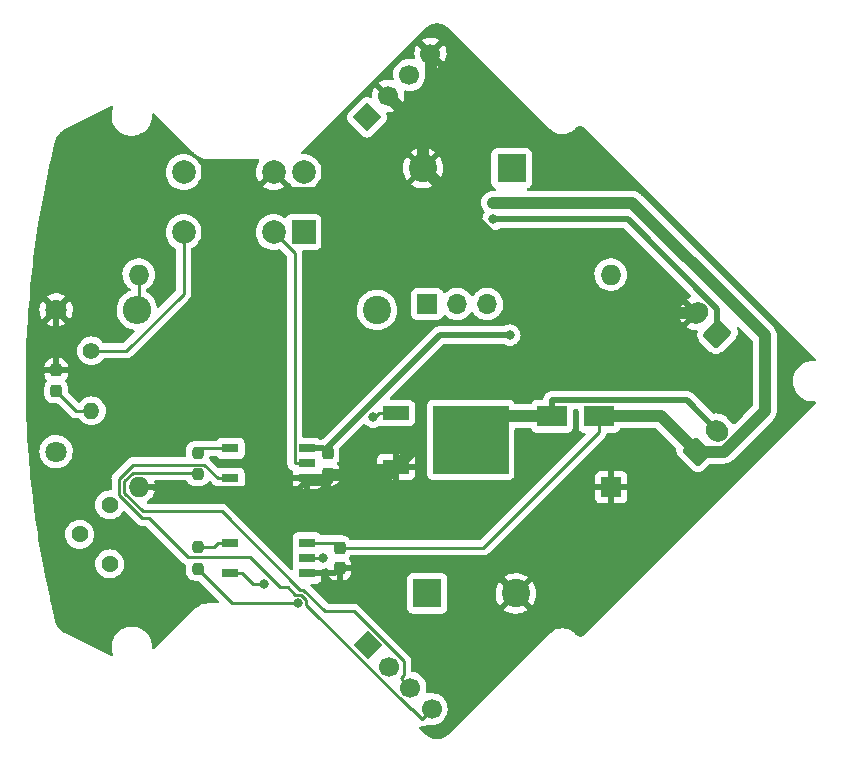
<source format=gtl>
G04 #@! TF.GenerationSoftware,KiCad,Pcbnew,(6.0.1)*
G04 #@! TF.CreationDate,2022-02-25T16:24:57+09:00*
G04 #@! TF.ProjectId,kick-drib-2,6b69636b-2d64-4726-9962-2d322e6b6963,V1.1*
G04 #@! TF.SameCoordinates,Original*
G04 #@! TF.FileFunction,Copper,L1,Top*
G04 #@! TF.FilePolarity,Positive*
%FSLAX46Y46*%
G04 Gerber Fmt 4.6, Leading zero omitted, Abs format (unit mm)*
G04 Created by KiCad (PCBNEW (6.0.1)) date 2022-02-25 16:24:57*
%MOMM*%
%LPD*%
G01*
G04 APERTURE LIST*
G04 Aperture macros list*
%AMRoundRect*
0 Rectangle with rounded corners*
0 $1 Rounding radius*
0 $2 $3 $4 $5 $6 $7 $8 $9 X,Y pos of 4 corners*
0 Add a 4 corners polygon primitive as box body*
4,1,4,$2,$3,$4,$5,$6,$7,$8,$9,$2,$3,0*
0 Add four circle primitives for the rounded corners*
1,1,$1+$1,$2,$3*
1,1,$1+$1,$4,$5*
1,1,$1+$1,$6,$7*
1,1,$1+$1,$8,$9*
0 Add four rect primitives between the rounded corners*
20,1,$1+$1,$2,$3,$4,$5,0*
20,1,$1+$1,$4,$5,$6,$7,0*
20,1,$1+$1,$6,$7,$8,$9,0*
20,1,$1+$1,$8,$9,$2,$3,0*%
%AMHorizOval*
0 Thick line with rounded ends*
0 $1 width*
0 $2 $3 position (X,Y) of the first rounded end (center of the circle)*
0 $4 $5 position (X,Y) of the second rounded end (center of the circle)*
0 Add line between two ends*
20,1,$1,$2,$3,$4,$5,0*
0 Add two circle primitives to create the rounded ends*
1,1,$1,$2,$3*
1,1,$1,$4,$5*%
%AMRotRect*
0 Rectangle, with rotation*
0 The origin of the aperture is its center*
0 $1 length*
0 $2 width*
0 $3 Rotation angle, in degrees counterclockwise*
0 Add horizontal line*
21,1,$1,$2,0,0,$3*%
G04 Aperture macros list end*
G04 #@! TA.AperFunction,SMDPad,CuDef*
%ADD10R,1.400000X0.800000*%
G04 #@! TD*
G04 #@! TA.AperFunction,SMDPad,CuDef*
%ADD11RoundRect,0.237500X-0.237500X0.300000X-0.237500X-0.300000X0.237500X-0.300000X0.237500X0.300000X0*%
G04 #@! TD*
G04 #@! TA.AperFunction,ComponentPad*
%ADD12RoundRect,0.250000X0.954594X0.106066X0.106066X0.954594X-0.954594X-0.106066X-0.106066X-0.954594X0*%
G04 #@! TD*
G04 #@! TA.AperFunction,ComponentPad*
%ADD13HorizOval,1.700000X0.106066X0.106066X-0.106066X-0.106066X0*%
G04 #@! TD*
G04 #@! TA.AperFunction,ComponentPad*
%ADD14RotRect,1.700000X1.700000X135.000000*%
G04 #@! TD*
G04 #@! TA.AperFunction,ComponentPad*
%ADD15HorizOval,1.700000X0.000000X0.000000X0.000000X0.000000X0*%
G04 #@! TD*
G04 #@! TA.AperFunction,ComponentPad*
%ADD16C,1.800000*%
G04 #@! TD*
G04 #@! TA.AperFunction,ComponentPad*
%ADD17C,1.431000*%
G04 #@! TD*
G04 #@! TA.AperFunction,SMDPad,CuDef*
%ADD18RoundRect,0.237500X-0.237500X0.250000X-0.237500X-0.250000X0.237500X-0.250000X0.237500X0.250000X0*%
G04 #@! TD*
G04 #@! TA.AperFunction,ComponentPad*
%ADD19RoundRect,0.250000X0.106066X-0.954594X0.954594X-0.106066X-0.106066X0.954594X-0.954594X0.106066X0*%
G04 #@! TD*
G04 #@! TA.AperFunction,ComponentPad*
%ADD20HorizOval,1.700000X-0.106066X0.106066X0.106066X-0.106066X0*%
G04 #@! TD*
G04 #@! TA.AperFunction,ComponentPad*
%ADD21C,2.400000*%
G04 #@! TD*
G04 #@! TA.AperFunction,ComponentPad*
%ADD22O,2.400000X2.400000*%
G04 #@! TD*
G04 #@! TA.AperFunction,ComponentPad*
%ADD23RotRect,1.700000X1.700000X45.000000*%
G04 #@! TD*
G04 #@! TA.AperFunction,ComponentPad*
%ADD24HorizOval,1.700000X0.000000X0.000000X0.000000X0.000000X0*%
G04 #@! TD*
G04 #@! TA.AperFunction,ComponentPad*
%ADD25C,1.400000*%
G04 #@! TD*
G04 #@! TA.AperFunction,ComponentPad*
%ADD26O,1.400000X1.400000*%
G04 #@! TD*
G04 #@! TA.AperFunction,SMDPad,CuDef*
%ADD27R,2.500000X1.800000*%
G04 #@! TD*
G04 #@! TA.AperFunction,SMDPad,CuDef*
%ADD28R,2.200000X1.200000*%
G04 #@! TD*
G04 #@! TA.AperFunction,SMDPad,CuDef*
%ADD29R,6.400000X5.800000*%
G04 #@! TD*
G04 #@! TA.AperFunction,SMDPad,CuDef*
%ADD30RoundRect,0.237500X-0.237500X0.287500X-0.237500X-0.287500X0.237500X-0.287500X0.237500X0.287500X0*%
G04 #@! TD*
G04 #@! TA.AperFunction,ComponentPad*
%ADD31R,2.400000X2.400000*%
G04 #@! TD*
G04 #@! TA.AperFunction,ComponentPad*
%ADD32R,1.727200X1.727200*%
G04 #@! TD*
G04 #@! TA.AperFunction,ComponentPad*
%ADD33O,1.727200X1.727200*%
G04 #@! TD*
G04 #@! TA.AperFunction,ComponentPad*
%ADD34R,2.000000X2.000000*%
G04 #@! TD*
G04 #@! TA.AperFunction,ComponentPad*
%ADD35C,2.000000*%
G04 #@! TD*
G04 #@! TA.AperFunction,ComponentPad*
%ADD36R,1.700000X1.700000*%
G04 #@! TD*
G04 #@! TA.AperFunction,ComponentPad*
%ADD37O,1.700000X1.700000*%
G04 #@! TD*
G04 #@! TA.AperFunction,ViaPad*
%ADD38C,0.800000*%
G04 #@! TD*
G04 #@! TA.AperFunction,Conductor*
%ADD39C,0.250000*%
G04 #@! TD*
G04 #@! TA.AperFunction,Conductor*
%ADD40C,0.500000*%
G04 #@! TD*
G04 #@! TA.AperFunction,Conductor*
%ADD41C,1.000000*%
G04 #@! TD*
G04 APERTURE END LIST*
D10*
X62750000Y-120730000D03*
X62750000Y-123270000D03*
X69250000Y-123270000D03*
X69250000Y-122000000D03*
X69250000Y-120730000D03*
D11*
X72000000Y-129137500D03*
X72000000Y-130862500D03*
D12*
X104000000Y-111000000D03*
D13*
X102232233Y-109232233D03*
D14*
X74313000Y-92687000D03*
D15*
X76109051Y-90890949D03*
X77905102Y-89094898D03*
X79701154Y-87298846D03*
D16*
X48000000Y-121000000D03*
X48000000Y-109000000D03*
D17*
X52540000Y-125500000D03*
X50000000Y-128000000D03*
X52540000Y-130500000D03*
D18*
X60000000Y-121087500D03*
X60000000Y-122912500D03*
X60000000Y-129087500D03*
X60000000Y-130912500D03*
D11*
X71000000Y-121137500D03*
X71000000Y-122862500D03*
D10*
X62750000Y-128730000D03*
X62750000Y-131270000D03*
X69250000Y-131270000D03*
X69250000Y-130000000D03*
X69250000Y-128730000D03*
D19*
X102232200Y-121000000D03*
D20*
X103999967Y-119232233D03*
D21*
X75160000Y-109000000D03*
D22*
X54840000Y-109000000D03*
D23*
X74407900Y-137407900D03*
D24*
X76203951Y-139203951D03*
X78000002Y-141000002D03*
X79796054Y-142796054D03*
D25*
X51000000Y-112460000D03*
D26*
X51000000Y-117540000D03*
D27*
X94000000Y-118000000D03*
X90000000Y-118000000D03*
D28*
X76800000Y-117720000D03*
D29*
X83100000Y-120000000D03*
D28*
X76800000Y-122280000D03*
D30*
X48000000Y-114125000D03*
X48000000Y-115875000D03*
D31*
X79426000Y-133000000D03*
D21*
X86926000Y-133000000D03*
D32*
X95000000Y-124000000D03*
D33*
X94960000Y-106000000D03*
X55000000Y-124000000D03*
X55000000Y-106000000D03*
D34*
X68957500Y-102407500D03*
D35*
X66417500Y-102407500D03*
X58797500Y-102407500D03*
X58797500Y-97327500D03*
X66417500Y-97327500D03*
X68957500Y-97327500D03*
D31*
X86574000Y-97000000D03*
D21*
X79074000Y-97000000D03*
D36*
X79420000Y-108500000D03*
D37*
X81960000Y-108500000D03*
X84500000Y-108500000D03*
D38*
X86411900Y-111126800D03*
X68455000Y-133846900D03*
X65585400Y-132187500D03*
X74847200Y-118069700D03*
X70578100Y-130000000D03*
X85011300Y-101329600D03*
X85000000Y-99930089D03*
D39*
X53960249Y-112460000D02*
X51000000Y-112460000D01*
X58797500Y-102407500D02*
X58797500Y-107622749D01*
X58797500Y-107622749D02*
X53960249Y-112460000D01*
D40*
X80501300Y-111126800D02*
X86411900Y-111126800D01*
X70745300Y-120882800D02*
X71000000Y-121137500D01*
X70592500Y-120730000D02*
X70745300Y-120882800D01*
X70745300Y-120882800D02*
X80501300Y-111126800D01*
X69250000Y-120730000D02*
X70592500Y-120730000D01*
D41*
X84438000Y-116100000D02*
X78900500Y-116100000D01*
D40*
X69250000Y-123270000D02*
X69250000Y-123400000D01*
X69250000Y-131270000D02*
X71592500Y-131270000D01*
D41*
X70949500Y-123400000D02*
X69250000Y-123400000D01*
D40*
X67898500Y-98808500D02*
X77265500Y-98808500D01*
X102232200Y-109232200D02*
X102232000Y-109232000D01*
D41*
X79754600Y-93175300D02*
X79754600Y-87352300D01*
D40*
X55000000Y-124000000D02*
X56313900Y-124000000D01*
D41*
X79074000Y-93855900D02*
X79074000Y-97000000D01*
D40*
X71592500Y-131270000D02*
X72000000Y-130862500D01*
D41*
X76080000Y-123000000D02*
X71137500Y-123000000D01*
X76800000Y-122280000D02*
X76080000Y-123000000D01*
X79074000Y-97000000D02*
X91306200Y-109232000D01*
D40*
X77265500Y-98808500D02*
X79074000Y-97000000D01*
X72000000Y-130862500D02*
X84788500Y-130862500D01*
D41*
X71000000Y-123349000D02*
X70949500Y-123400000D01*
D40*
X68529600Y-124120400D02*
X69250000Y-123400000D01*
D41*
X78900500Y-120180000D02*
X76800000Y-122280000D01*
X79754600Y-87352300D02*
X79701200Y-87298800D01*
X71000000Y-122862500D02*
X71000000Y-123349000D01*
D40*
X56313900Y-124000000D02*
X56434300Y-124120400D01*
D41*
X78900500Y-116100000D02*
X78900500Y-120180000D01*
X91306200Y-109232000D02*
X84438000Y-116100000D01*
D40*
X48000000Y-114125000D02*
X48000000Y-109000000D01*
X56434300Y-124120400D02*
X68529600Y-124120400D01*
X84788500Y-130862500D02*
X86926000Y-133000000D01*
D41*
X91306200Y-109232000D02*
X102232000Y-109232000D01*
X76109100Y-90890900D02*
X79074000Y-93855900D01*
X79074000Y-93855900D02*
X79754600Y-93175300D01*
D40*
X66417500Y-97327500D02*
X67898500Y-98808500D01*
D41*
X71000000Y-122862000D02*
X71000000Y-122862500D01*
X71137500Y-123000000D02*
X71000000Y-122862000D01*
D40*
X90000000Y-118000000D02*
X90000000Y-116649700D01*
X101417500Y-116649700D02*
X90000000Y-116649700D01*
D41*
X85100000Y-118000000D02*
X83100000Y-120000000D01*
D40*
X104000000Y-119232200D02*
X101417500Y-116649700D01*
D41*
X90000000Y-118000000D02*
X85100000Y-118000000D01*
D39*
X60000000Y-130912500D02*
X62934400Y-133846900D01*
X62934400Y-133846900D02*
X68455000Y-133846900D01*
X54492100Y-122783800D02*
X59871300Y-122783800D01*
X73214000Y-134525400D02*
X70796200Y-134525400D01*
X59871300Y-122783800D02*
X60000000Y-122912500D01*
X77169000Y-140168900D02*
X77427100Y-139910800D01*
X70796200Y-134525400D02*
X68942100Y-132671300D01*
X62013000Y-126038100D02*
X55334800Y-126038100D01*
X68942100Y-132671300D02*
X68646200Y-132671300D01*
X77427100Y-138738500D02*
X73214000Y-134525400D01*
X53779500Y-124482800D02*
X53779500Y-123496400D01*
X53779500Y-123496400D02*
X54492100Y-122783800D01*
X78000000Y-141000000D02*
X77169000Y-140168900D01*
X68646200Y-132671300D02*
X62013000Y-126038100D01*
X77427100Y-139910800D02*
X77427100Y-138738500D01*
X55334800Y-126038100D02*
X53779500Y-124482800D01*
X55864800Y-126647700D02*
X55307500Y-126647700D01*
X78022000Y-142796100D02*
X69180300Y-133954400D01*
X54547000Y-122092000D02*
X60546700Y-122092000D01*
X79796100Y-142796100D02*
X78965100Y-143627100D01*
X78965100Y-143627100D02*
X78134000Y-142796100D01*
X66962400Y-132485700D02*
X64396900Y-129920200D01*
X60546700Y-122092000D02*
X61724700Y-123270000D01*
X53329200Y-123309800D02*
X54547000Y-122092000D01*
X69180300Y-133546400D02*
X68755500Y-133121600D01*
X78134000Y-142796100D02*
X78022000Y-142796100D01*
X55307500Y-126647700D02*
X53329200Y-124669400D01*
X59137300Y-129920200D02*
X55864800Y-126647700D01*
X68755500Y-133121600D02*
X68235300Y-133121600D01*
X67599400Y-132485700D02*
X66962400Y-132485700D01*
X68235300Y-133121600D02*
X67599400Y-132485700D01*
X53329200Y-124669400D02*
X53329200Y-123309800D01*
X69180300Y-133954400D02*
X69180300Y-133546400D01*
X64396900Y-129920200D02*
X59137300Y-129920200D01*
X62750000Y-123270000D02*
X61724700Y-123270000D01*
X64692800Y-132187500D02*
X65585400Y-132187500D01*
X63775300Y-131270000D02*
X64692800Y-132187500D01*
X62750000Y-131270000D02*
X63775300Y-131270000D01*
X68224700Y-104214700D02*
X66417500Y-102407500D01*
X69250000Y-122000000D02*
X68224700Y-122000000D01*
X68224700Y-122000000D02*
X68224700Y-104214700D01*
X75025000Y-118069700D02*
X75374700Y-117720000D01*
X69250000Y-130000000D02*
X70275300Y-130000000D01*
X76800000Y-117720000D02*
X75374700Y-117720000D01*
X70275300Y-130000000D02*
X70578100Y-130000000D01*
X74847200Y-118069700D02*
X75025000Y-118069700D01*
X55000000Y-108840000D02*
X54840000Y-109000000D01*
X55000000Y-106000000D02*
X55000000Y-108840000D01*
X60000000Y-129087500D02*
X61367200Y-129087500D01*
X61367200Y-129087500D02*
X61724700Y-128730000D01*
X62750000Y-128730000D02*
X61724700Y-128730000D01*
X60357500Y-120730000D02*
X60000000Y-121087500D01*
X62750000Y-120730000D02*
X60357500Y-120730000D01*
X49665000Y-117540000D02*
X48000000Y-115875000D01*
X51000000Y-117540000D02*
X49665000Y-117540000D01*
D40*
X96415400Y-101329600D02*
X85011300Y-101329600D01*
X104000000Y-108914200D02*
X96415400Y-101329600D01*
X104000000Y-111000000D02*
X104000000Y-108914200D01*
D41*
X104529618Y-121000000D02*
X108000000Y-117529618D01*
X108000000Y-117529618D02*
X108000000Y-111147112D01*
X102232200Y-121000000D02*
X104529618Y-121000000D01*
D39*
X84187800Y-129137500D02*
X94000000Y-119325300D01*
X69250000Y-128730000D02*
X71592500Y-128730000D01*
D41*
X108000000Y-111147112D02*
X106204114Y-109351226D01*
X85000000Y-99930089D02*
X96782977Y-99930089D01*
D39*
X102232200Y-121000000D02*
X102232000Y-121000000D01*
X71592500Y-128730000D02*
X72000000Y-129137500D01*
D41*
X96782977Y-99930089D02*
X106204114Y-109351226D01*
D39*
X72000000Y-129137500D02*
X84187800Y-129137500D01*
X94000000Y-118000000D02*
X94000000Y-119325300D01*
D41*
X94000000Y-118000000D02*
X99232200Y-118000000D01*
X99232200Y-118000000D02*
X102232000Y-121000000D01*
G04 #@! TA.AperFunction,Conductor*
G36*
X80366399Y-84742752D02*
G01*
X80559267Y-84770483D01*
X80576824Y-84774302D01*
X80763787Y-84829199D01*
X80780631Y-84835481D01*
X80957878Y-84916427D01*
X80973657Y-84925043D01*
X81137578Y-85030389D01*
X81151969Y-85041162D01*
X81274696Y-85147505D01*
X81286816Y-85160677D01*
X81292642Y-85166648D01*
X81297939Y-85173898D01*
X81305056Y-85179369D01*
X81305057Y-85179370D01*
X81323150Y-85193278D01*
X81335454Y-85204079D01*
X89753696Y-93622320D01*
X89767244Y-93638337D01*
X89778869Y-93654665D01*
X89787627Y-93663639D01*
X89791519Y-93666556D01*
X89799523Y-93672555D01*
X89806471Y-93678157D01*
X89948222Y-93800986D01*
X89948226Y-93800989D01*
X89951619Y-93803929D01*
X90133084Y-93920550D01*
X90137174Y-93922418D01*
X90137178Y-93922420D01*
X90197198Y-93949830D01*
X90329300Y-94010159D01*
X90536271Y-94070931D01*
X90540730Y-94071572D01*
X90540734Y-94071573D01*
X90643027Y-94086280D01*
X90749784Y-94101630D01*
X90965493Y-94101630D01*
X91072250Y-94086280D01*
X91174543Y-94071573D01*
X91174547Y-94071572D01*
X91179006Y-94070931D01*
X91385977Y-94010159D01*
X91518079Y-93949830D01*
X91578099Y-93922420D01*
X91578103Y-93922418D01*
X91582193Y-93920550D01*
X91591115Y-93914816D01*
X91759876Y-93806359D01*
X91759880Y-93806356D01*
X91763658Y-93803928D01*
X91854607Y-93725121D01*
X91896064Y-93689198D01*
X91905496Y-93681781D01*
X91914712Y-93675219D01*
X91918676Y-93672397D01*
X91927650Y-93663639D01*
X91930560Y-93659756D01*
X91930569Y-93659746D01*
X91944369Y-93641332D01*
X91956100Y-93627802D01*
X92004296Y-93579606D01*
X92019064Y-93566959D01*
X92031163Y-93558120D01*
X92038414Y-93552823D01*
X92043884Y-93545707D01*
X92043888Y-93545703D01*
X92043947Y-93545626D01*
X92065278Y-93523911D01*
X92114222Y-93484879D01*
X92138106Y-93469872D01*
X92211790Y-93434388D01*
X92238421Y-93425069D01*
X92278284Y-93415971D01*
X92318149Y-93406872D01*
X92346185Y-93403713D01*
X92427966Y-93403713D01*
X92456003Y-93406872D01*
X92535730Y-93425069D01*
X92562362Y-93434388D01*
X92636043Y-93469871D01*
X92659933Y-93484882D01*
X92703699Y-93519784D01*
X92715319Y-93530297D01*
X92721576Y-93536709D01*
X92726870Y-93543956D01*
X92733983Y-93549424D01*
X92733988Y-93549429D01*
X92752086Y-93563341D01*
X92764390Y-93574141D01*
X112298657Y-113108408D01*
X112332683Y-113170720D01*
X112327618Y-113241535D01*
X112285071Y-113298371D01*
X112218551Y-113323182D01*
X112207922Y-113323492D01*
X112078708Y-113321800D01*
X112010801Y-113320911D01*
X112010798Y-113320911D01*
X112006124Y-113320850D01*
X111754578Y-113355084D01*
X111750092Y-113356392D01*
X111750090Y-113356392D01*
X111716749Y-113366110D01*
X111510856Y-113426122D01*
X111280310Y-113532405D01*
X111276401Y-113534968D01*
X111071920Y-113669031D01*
X111071915Y-113669035D01*
X111068007Y-113671597D01*
X110878610Y-113840641D01*
X110716279Y-114035822D01*
X110584581Y-114252854D01*
X110582772Y-114257168D01*
X110582771Y-114257170D01*
X110495503Y-114465282D01*
X110486409Y-114486968D01*
X110423919Y-114733021D01*
X110398485Y-114985608D01*
X110398709Y-114990273D01*
X110398709Y-114990279D01*
X110399123Y-114998884D01*
X110400291Y-115023198D01*
X110410665Y-115239180D01*
X110460191Y-115488167D01*
X110545976Y-115727098D01*
X110666135Y-115950725D01*
X110668930Y-115954468D01*
X110668932Y-115954471D01*
X110815237Y-116150397D01*
X110815242Y-116150403D01*
X110818029Y-116154135D01*
X110821338Y-116157415D01*
X110821343Y-116157421D01*
X110992776Y-116327363D01*
X110998320Y-116332859D01*
X111002082Y-116335617D01*
X111002085Y-116335620D01*
X111157363Y-116449474D01*
X111203047Y-116482971D01*
X111207190Y-116485151D01*
X111207192Y-116485152D01*
X111423564Y-116598991D01*
X111423569Y-116598993D01*
X111427714Y-116601174D01*
X111667385Y-116684871D01*
X111671978Y-116685743D01*
X111912205Y-116731352D01*
X111912208Y-116731352D01*
X111916794Y-116732223D01*
X112043628Y-116737207D01*
X112165794Y-116742007D01*
X112165800Y-116742007D01*
X112170462Y-116742190D01*
X112194412Y-116739567D01*
X112264305Y-116752034D01*
X112316363Y-116800309D01*
X112334057Y-116869065D01*
X112311770Y-116936473D01*
X112297224Y-116953913D01*
X92769855Y-136481282D01*
X92755088Y-136493928D01*
X92735737Y-136508065D01*
X92730267Y-136515181D01*
X92730263Y-136515185D01*
X92730204Y-136515262D01*
X92708873Y-136536977D01*
X92659930Y-136576008D01*
X92636044Y-136591016D01*
X92562362Y-136626500D01*
X92535734Y-136635817D01*
X92456003Y-136654015D01*
X92427966Y-136657174D01*
X92346186Y-136657174D01*
X92318149Y-136654015D01*
X92238422Y-136635818D01*
X92211789Y-136626499D01*
X92138106Y-136591015D01*
X92114218Y-136576005D01*
X92070446Y-136541098D01*
X92058832Y-136530591D01*
X92052577Y-136524182D01*
X92047281Y-136516932D01*
X92022071Y-136497553D01*
X92009766Y-136486752D01*
X91961581Y-136438567D01*
X91948034Y-136422552D01*
X91939230Y-136410187D01*
X91936408Y-136406223D01*
X91927650Y-136397249D01*
X91915745Y-136388327D01*
X91908795Y-136382724D01*
X91767055Y-136259903D01*
X91767050Y-136259899D01*
X91763658Y-136256960D01*
X91582192Y-136140339D01*
X91385977Y-136050730D01*
X91179006Y-135989958D01*
X91174547Y-135989317D01*
X91174543Y-135989316D01*
X91072250Y-135974609D01*
X90965493Y-135959259D01*
X90749784Y-135959259D01*
X90643027Y-135974609D01*
X90540734Y-135989316D01*
X90540730Y-135989317D01*
X90536271Y-135989958D01*
X90329300Y-136050730D01*
X90133085Y-136140339D01*
X89951619Y-136256960D01*
X89948227Y-136259900D01*
X89948222Y-136259903D01*
X89880959Y-136318188D01*
X89819209Y-136371695D01*
X89809790Y-136379100D01*
X89796602Y-136388490D01*
X89787627Y-136397249D01*
X89784708Y-136401144D01*
X89784707Y-136401145D01*
X89770908Y-136419557D01*
X89759177Y-136433087D01*
X81340924Y-144851339D01*
X81326157Y-144863985D01*
X81306806Y-144878122D01*
X81297449Y-144890295D01*
X81280066Y-144908728D01*
X81151970Y-145019724D01*
X81137578Y-145030498D01*
X80973657Y-145135844D01*
X80957878Y-145144460D01*
X80780631Y-145225406D01*
X80763789Y-145231687D01*
X80576824Y-145286585D01*
X80559267Y-145290404D01*
X80387407Y-145315114D01*
X80366398Y-145318135D01*
X80348466Y-145319418D01*
X80153608Y-145319418D01*
X80135676Y-145318135D01*
X80114667Y-145315114D01*
X79942807Y-145290404D01*
X79925250Y-145286585D01*
X79738285Y-145231687D01*
X79721443Y-145225406D01*
X79544196Y-145144460D01*
X79528417Y-145135844D01*
X79364489Y-145030494D01*
X79350109Y-145019728D01*
X79227373Y-144913377D01*
X79215267Y-144900220D01*
X79209428Y-144894237D01*
X79204134Y-144886990D01*
X79178923Y-144867610D01*
X79166619Y-144856809D01*
X78783592Y-144473782D01*
X78749566Y-144411470D01*
X78754631Y-144340655D01*
X78797178Y-144283819D01*
X78863698Y-144259008D01*
X78889322Y-144260915D01*
X78889378Y-144260327D01*
X78897274Y-144261073D01*
X78905009Y-144262802D01*
X78913264Y-144262542D01*
X78936933Y-144264031D01*
X78945081Y-144265321D01*
X78952970Y-144264575D01*
X78952974Y-144264575D01*
X79000962Y-144260036D01*
X79008865Y-144259538D01*
X79057071Y-144258022D01*
X79064989Y-144257773D01*
X79072597Y-144255563D01*
X79072601Y-144255562D01*
X79072928Y-144255467D01*
X79096201Y-144251026D01*
X79096413Y-144251006D01*
X79096534Y-144250995D01*
X79096535Y-144250995D01*
X79104430Y-144250248D01*
X79157259Y-144231225D01*
X79164777Y-144228782D01*
X79218693Y-144213118D01*
X79225519Y-144209081D01*
X79225522Y-144209080D01*
X79225807Y-144208912D01*
X79247248Y-144198821D01*
X79247330Y-144198791D01*
X79255023Y-144196021D01*
X79261579Y-144191565D01*
X79261581Y-144191564D01*
X79301447Y-144164467D01*
X79308139Y-144160220D01*
X79356463Y-144131642D01*
X79357243Y-144132962D01*
X79415019Y-144110278D01*
X79451276Y-144112313D01*
X79634651Y-144149621D01*
X79639826Y-144149811D01*
X79639828Y-144149811D01*
X79852727Y-144157618D01*
X79852731Y-144157618D01*
X79857891Y-144157807D01*
X79863011Y-144157151D01*
X79863013Y-144157151D01*
X80074342Y-144130079D01*
X80074343Y-144130079D01*
X80079470Y-144129422D01*
X80084420Y-144127937D01*
X80288483Y-144066715D01*
X80288488Y-144066713D01*
X80293438Y-144065228D01*
X80494048Y-143966950D01*
X80675914Y-143837227D01*
X80834150Y-143679543D01*
X80964507Y-143498131D01*
X81048976Y-143327221D01*
X81061190Y-143302507D01*
X81061191Y-143302505D01*
X81063484Y-143297865D01*
X81128424Y-143084123D01*
X81157583Y-142862644D01*
X81159210Y-142796054D01*
X81140906Y-142573415D01*
X81086485Y-142356756D01*
X80997408Y-142151894D01*
X80876068Y-141964331D01*
X80725724Y-141799105D01*
X80721673Y-141795906D01*
X80721669Y-141795902D01*
X80554468Y-141663854D01*
X80554464Y-141663852D01*
X80550413Y-141660652D01*
X80354843Y-141552692D01*
X80349974Y-141550968D01*
X80349970Y-141550966D01*
X80149141Y-141479849D01*
X80149137Y-141479848D01*
X80144266Y-141478123D01*
X80139173Y-141477216D01*
X80139170Y-141477215D01*
X79929427Y-141439854D01*
X79929421Y-141439853D01*
X79924338Y-141438948D01*
X79850506Y-141438046D01*
X79706135Y-141436282D01*
X79706133Y-141436282D01*
X79700965Y-141436219D01*
X79590555Y-141453114D01*
X79485259Y-141469226D01*
X79485254Y-141469227D01*
X79480145Y-141470009D01*
X79475231Y-141471615D01*
X79474690Y-141471744D01*
X79403789Y-141468071D01*
X79346128Y-141426649D01*
X79320016Y-141360628D01*
X79324935Y-141312548D01*
X79332372Y-141288071D01*
X79361531Y-141066592D01*
X79363158Y-141000002D01*
X79344854Y-140777363D01*
X79290433Y-140560704D01*
X79201356Y-140355842D01*
X79080016Y-140168279D01*
X78929672Y-140003053D01*
X78925621Y-139999854D01*
X78925617Y-139999850D01*
X78758416Y-139867802D01*
X78758412Y-139867800D01*
X78754361Y-139864600D01*
X78558791Y-139756640D01*
X78553922Y-139754916D01*
X78553918Y-139754914D01*
X78353089Y-139683797D01*
X78353085Y-139683796D01*
X78348214Y-139682071D01*
X78343121Y-139681164D01*
X78343118Y-139681163D01*
X78164504Y-139649347D01*
X78100946Y-139617709D01*
X78064583Y-139556732D01*
X78060600Y-139525300D01*
X78060600Y-138817267D01*
X78061127Y-138806084D01*
X78062802Y-138798591D01*
X78060662Y-138730514D01*
X78060600Y-138726555D01*
X78060600Y-138698644D01*
X78060095Y-138694644D01*
X78059162Y-138682801D01*
X78058022Y-138646529D01*
X78057773Y-138638610D01*
X78052122Y-138619158D01*
X78048114Y-138599806D01*
X78046567Y-138587563D01*
X78045574Y-138579703D01*
X78042656Y-138572332D01*
X78029300Y-138538597D01*
X78025455Y-138527370D01*
X78024821Y-138525187D01*
X78013118Y-138484907D01*
X78009084Y-138478085D01*
X78009081Y-138478079D01*
X78002806Y-138467468D01*
X77994110Y-138449718D01*
X77989572Y-138438256D01*
X77989569Y-138438251D01*
X77986652Y-138430883D01*
X77960673Y-138395125D01*
X77954157Y-138385207D01*
X77935675Y-138353957D01*
X77931642Y-138347137D01*
X77917318Y-138332813D01*
X77904476Y-138317778D01*
X77902656Y-138315273D01*
X77892572Y-138301393D01*
X77858506Y-138273211D01*
X77849727Y-138265222D01*
X73832639Y-134248134D01*
X77717500Y-134248134D01*
X77724255Y-134310316D01*
X77775385Y-134446705D01*
X77862739Y-134563261D01*
X77979295Y-134650615D01*
X78115684Y-134701745D01*
X78177866Y-134708500D01*
X80674134Y-134708500D01*
X80736316Y-134701745D01*
X80872705Y-134650615D01*
X80989261Y-134563261D01*
X81076615Y-134446705D01*
X81104111Y-134373359D01*
X85917386Y-134373359D01*
X85926099Y-134384879D01*
X86014586Y-134449760D01*
X86022505Y-134454708D01*
X86238877Y-134568547D01*
X86247451Y-134572275D01*
X86478282Y-134652885D01*
X86487291Y-134655299D01*
X86727518Y-134700908D01*
X86736775Y-134701962D01*
X86981107Y-134711563D01*
X86990420Y-134711237D01*
X87233478Y-134684618D01*
X87242655Y-134682917D01*
X87479107Y-134620665D01*
X87487926Y-134617628D01*
X87712584Y-134521107D01*
X87720856Y-134516800D01*
X87928777Y-134388135D01*
X87930620Y-134386796D01*
X87938038Y-134375541D01*
X87931974Y-134365184D01*
X86938812Y-133372022D01*
X86924868Y-133364408D01*
X86923035Y-133364539D01*
X86916420Y-133368790D01*
X85924044Y-134361166D01*
X85917386Y-134373359D01*
X81104111Y-134373359D01*
X81127745Y-134310316D01*
X81134500Y-134248134D01*
X81134500Y-132959835D01*
X85214022Y-132959835D01*
X85225754Y-133204064D01*
X85226891Y-133213324D01*
X85274593Y-133453143D01*
X85277082Y-133462118D01*
X85359708Y-133692250D01*
X85363505Y-133700778D01*
X85479234Y-133916160D01*
X85484245Y-133924027D01*
X85541173Y-134000263D01*
X85552431Y-134008712D01*
X85564850Y-134001940D01*
X86553978Y-133012812D01*
X86560356Y-133001132D01*
X87290408Y-133001132D01*
X87290539Y-133002965D01*
X87294790Y-133009580D01*
X88289732Y-134004522D01*
X88302112Y-134011282D01*
X88310453Y-134005038D01*
X88428700Y-133821202D01*
X88433147Y-133813011D01*
X88533572Y-133590076D01*
X88536767Y-133581298D01*
X88603135Y-133345973D01*
X88604993Y-133336844D01*
X88636044Y-133092770D01*
X88636525Y-133086483D01*
X88638706Y-133003160D01*
X88638555Y-132996851D01*
X88620321Y-132751486D01*
X88618944Y-132742280D01*
X88564979Y-132503786D01*
X88562255Y-132494875D01*
X88473633Y-132266983D01*
X88469619Y-132258567D01*
X88348284Y-132046276D01*
X88343074Y-132038553D01*
X88311787Y-131998865D01*
X88299863Y-131990395D01*
X88288328Y-131996882D01*
X87298022Y-132987188D01*
X87290408Y-133001132D01*
X86560356Y-133001132D01*
X86561592Y-132998868D01*
X86561461Y-132997035D01*
X86557210Y-132990420D01*
X85562828Y-131996038D01*
X85549520Y-131988771D01*
X85539481Y-131995893D01*
X85534581Y-132001784D01*
X85529168Y-132009373D01*
X85402322Y-132218409D01*
X85398084Y-132226726D01*
X85303529Y-132452214D01*
X85300572Y-132461052D01*
X85240384Y-132698042D01*
X85238763Y-132707232D01*
X85214267Y-132950510D01*
X85214022Y-132959835D01*
X81134500Y-132959835D01*
X81134500Y-131751866D01*
X81127745Y-131689684D01*
X81103465Y-131624917D01*
X85915330Y-131624917D01*
X85919903Y-131634693D01*
X86913188Y-132627978D01*
X86927132Y-132635592D01*
X86928965Y-132635461D01*
X86935580Y-132631210D01*
X87928488Y-131638302D01*
X87934872Y-131626612D01*
X87925460Y-131614502D01*
X87799144Y-131526873D01*
X87791116Y-131522145D01*
X87571810Y-131413995D01*
X87563177Y-131410507D01*
X87330288Y-131335958D01*
X87321238Y-131333785D01*
X87079891Y-131294480D01*
X87070602Y-131293668D01*
X86826114Y-131290467D01*
X86816803Y-131291037D01*
X86574522Y-131324010D01*
X86565403Y-131325948D01*
X86330668Y-131394367D01*
X86321915Y-131397639D01*
X86099869Y-131500004D01*
X86091714Y-131504524D01*
X85924468Y-131614175D01*
X85915330Y-131624917D01*
X81103465Y-131624917D01*
X81076615Y-131553295D01*
X80989261Y-131436739D01*
X80872705Y-131349385D01*
X80736316Y-131298255D01*
X80674134Y-131291500D01*
X78177866Y-131291500D01*
X78115684Y-131298255D01*
X77979295Y-131349385D01*
X77862739Y-131436739D01*
X77775385Y-131553295D01*
X77724255Y-131689684D01*
X77717500Y-131751866D01*
X77717500Y-134248134D01*
X73832639Y-134248134D01*
X73717652Y-134133147D01*
X73710112Y-134124861D01*
X73706000Y-134118382D01*
X73656348Y-134071756D01*
X73653507Y-134069002D01*
X73633770Y-134049265D01*
X73630573Y-134046785D01*
X73621551Y-134039080D01*
X73595100Y-134014241D01*
X73589321Y-134008814D01*
X73582375Y-134004995D01*
X73582372Y-134004993D01*
X73571566Y-133999052D01*
X73555047Y-133988201D01*
X73554583Y-133987841D01*
X73539041Y-133975786D01*
X73531772Y-133972641D01*
X73531768Y-133972638D01*
X73498463Y-133958226D01*
X73487813Y-133953009D01*
X73449060Y-133931705D01*
X73429437Y-133926667D01*
X73410734Y-133920263D01*
X73399420Y-133915367D01*
X73399419Y-133915367D01*
X73392145Y-133912219D01*
X73384322Y-133910980D01*
X73384312Y-133910977D01*
X73348476Y-133905301D01*
X73336856Y-133902895D01*
X73301711Y-133893872D01*
X73301710Y-133893872D01*
X73294030Y-133891900D01*
X73273776Y-133891900D01*
X73254065Y-133890349D01*
X73241886Y-133888420D01*
X73234057Y-133887180D01*
X73226165Y-133887926D01*
X73190039Y-133891341D01*
X73178181Y-133891900D01*
X71110795Y-133891900D01*
X71042674Y-133871898D01*
X71021700Y-133854995D01*
X69559799Y-132393094D01*
X69525773Y-132330782D01*
X69530838Y-132259967D01*
X69573385Y-132203131D01*
X69639905Y-132178320D01*
X69648894Y-132177999D01*
X69994669Y-132177999D01*
X70001490Y-132177629D01*
X70052352Y-132172105D01*
X70067604Y-132168479D01*
X70188054Y-132123324D01*
X70203649Y-132114786D01*
X70305724Y-132038285D01*
X70318285Y-132025724D01*
X70394786Y-131923649D01*
X70403324Y-131908054D01*
X70448478Y-131787606D01*
X70452105Y-131772351D01*
X70457631Y-131721486D01*
X70458000Y-131714672D01*
X70458000Y-131542115D01*
X70453525Y-131526876D01*
X70452135Y-131525671D01*
X70444452Y-131524000D01*
X69122000Y-131524000D01*
X69053879Y-131503998D01*
X69007386Y-131450342D01*
X68996000Y-131398000D01*
X68996000Y-131142000D01*
X69016002Y-131073879D01*
X69069658Y-131027386D01*
X69122000Y-131016000D01*
X70439884Y-131016000D01*
X70455123Y-131011525D01*
X70456329Y-131010133D01*
X70456855Y-131007716D01*
X70490880Y-130945404D01*
X70553192Y-130911379D01*
X70579975Y-130908500D01*
X70673587Y-130908500D01*
X70680039Y-130907128D01*
X70680044Y-130907128D01*
X70860388Y-130868794D01*
X70860756Y-130870527D01*
X70923020Y-130868742D01*
X70983821Y-130905399D01*
X71015152Y-130969108D01*
X71017000Y-130990606D01*
X71017000Y-131208766D01*
X71017337Y-131215282D01*
X71027075Y-131309132D01*
X71029968Y-131322528D01*
X71080488Y-131473953D01*
X71086653Y-131487115D01*
X71170426Y-131622492D01*
X71179460Y-131633890D01*
X71292129Y-131746363D01*
X71303540Y-131755375D01*
X71439063Y-131838912D01*
X71452241Y-131845056D01*
X71603766Y-131895315D01*
X71617132Y-131898181D01*
X71709770Y-131907672D01*
X71716185Y-131908000D01*
X71727885Y-131908000D01*
X71743124Y-131903525D01*
X71744329Y-131902135D01*
X71746000Y-131894452D01*
X71746000Y-131889885D01*
X72254000Y-131889885D01*
X72258475Y-131905124D01*
X72259865Y-131906329D01*
X72267548Y-131908000D01*
X72283766Y-131908000D01*
X72290282Y-131907663D01*
X72384132Y-131897925D01*
X72397528Y-131895032D01*
X72548953Y-131844512D01*
X72562115Y-131838347D01*
X72697492Y-131754574D01*
X72708890Y-131745540D01*
X72821363Y-131632871D01*
X72830375Y-131621460D01*
X72913912Y-131485937D01*
X72920056Y-131472759D01*
X72970315Y-131321234D01*
X72973181Y-131307868D01*
X72982672Y-131215230D01*
X72983000Y-131208815D01*
X72983000Y-131134615D01*
X72978525Y-131119376D01*
X72977135Y-131118171D01*
X72969452Y-131116500D01*
X72272115Y-131116500D01*
X72256876Y-131120975D01*
X72255671Y-131122365D01*
X72254000Y-131130048D01*
X72254000Y-131889885D01*
X71746000Y-131889885D01*
X71746000Y-130734500D01*
X71766002Y-130666379D01*
X71819658Y-130619886D01*
X71872000Y-130608500D01*
X72964885Y-130608500D01*
X72980124Y-130604025D01*
X72981329Y-130602635D01*
X72983000Y-130594952D01*
X72983000Y-130516234D01*
X72982663Y-130509718D01*
X72972925Y-130415868D01*
X72970032Y-130402472D01*
X72919512Y-130251047D01*
X72913347Y-130237885D01*
X72829574Y-130102508D01*
X72820536Y-130091106D01*
X72818861Y-130089433D01*
X72818081Y-130088007D01*
X72815993Y-130085373D01*
X72816444Y-130085016D01*
X72784781Y-130027151D01*
X72789784Y-129956331D01*
X72818701Y-129911246D01*
X72821756Y-129908185D01*
X72826929Y-129903003D01*
X72840395Y-129881158D01*
X72871384Y-129830884D01*
X72924156Y-129783391D01*
X72978644Y-129771000D01*
X84109033Y-129771000D01*
X84120216Y-129771527D01*
X84127709Y-129773202D01*
X84135635Y-129772953D01*
X84135636Y-129772953D01*
X84195786Y-129771062D01*
X84199745Y-129771000D01*
X84227656Y-129771000D01*
X84231591Y-129770503D01*
X84231656Y-129770495D01*
X84243493Y-129769562D01*
X84275751Y-129768548D01*
X84279770Y-129768422D01*
X84287689Y-129768173D01*
X84307143Y-129762521D01*
X84326500Y-129758513D01*
X84338730Y-129756968D01*
X84338731Y-129756968D01*
X84346597Y-129755974D01*
X84353968Y-129753055D01*
X84353970Y-129753055D01*
X84387712Y-129739696D01*
X84398942Y-129735851D01*
X84433783Y-129725729D01*
X84433784Y-129725729D01*
X84441393Y-129723518D01*
X84448212Y-129719485D01*
X84448217Y-129719483D01*
X84458828Y-129713207D01*
X84476576Y-129704512D01*
X84495417Y-129697052D01*
X84531187Y-129671064D01*
X84541107Y-129664548D01*
X84572335Y-129646080D01*
X84572338Y-129646078D01*
X84579162Y-129642042D01*
X84593483Y-129627721D01*
X84608517Y-129614880D01*
X84618494Y-129607631D01*
X84624907Y-129602972D01*
X84653098Y-129568895D01*
X84661088Y-129560116D01*
X89312935Y-124908269D01*
X93628401Y-124908269D01*
X93628771Y-124915090D01*
X93634295Y-124965952D01*
X93637921Y-124981204D01*
X93683076Y-125101654D01*
X93691614Y-125117249D01*
X93768115Y-125219324D01*
X93780676Y-125231885D01*
X93882751Y-125308386D01*
X93898346Y-125316924D01*
X94018794Y-125362078D01*
X94034049Y-125365705D01*
X94084914Y-125371231D01*
X94091728Y-125371600D01*
X94727885Y-125371600D01*
X94743124Y-125367125D01*
X94744329Y-125365735D01*
X94746000Y-125358052D01*
X94746000Y-125353484D01*
X95254000Y-125353484D01*
X95258475Y-125368723D01*
X95259865Y-125369928D01*
X95267548Y-125371599D01*
X95908269Y-125371599D01*
X95915090Y-125371229D01*
X95965952Y-125365705D01*
X95981204Y-125362079D01*
X96101654Y-125316924D01*
X96117249Y-125308386D01*
X96219324Y-125231885D01*
X96231885Y-125219324D01*
X96308386Y-125117249D01*
X96316924Y-125101654D01*
X96362078Y-124981206D01*
X96365705Y-124965951D01*
X96371231Y-124915086D01*
X96371600Y-124908272D01*
X96371600Y-124272115D01*
X96367125Y-124256876D01*
X96365735Y-124255671D01*
X96358052Y-124254000D01*
X95272115Y-124254000D01*
X95256876Y-124258475D01*
X95255671Y-124259865D01*
X95254000Y-124267548D01*
X95254000Y-125353484D01*
X94746000Y-125353484D01*
X94746000Y-124272115D01*
X94741525Y-124256876D01*
X94740135Y-124255671D01*
X94732452Y-124254000D01*
X93646516Y-124254000D01*
X93631277Y-124258475D01*
X93630072Y-124259865D01*
X93628401Y-124267548D01*
X93628401Y-124908269D01*
X89312935Y-124908269D01*
X90493319Y-123727885D01*
X93628400Y-123727885D01*
X93632875Y-123743124D01*
X93634265Y-123744329D01*
X93641948Y-123746000D01*
X94727885Y-123746000D01*
X94743124Y-123741525D01*
X94744329Y-123740135D01*
X94746000Y-123732452D01*
X94746000Y-123727885D01*
X95254000Y-123727885D01*
X95258475Y-123743124D01*
X95259865Y-123744329D01*
X95267548Y-123746000D01*
X96353484Y-123746000D01*
X96368723Y-123741525D01*
X96369928Y-123740135D01*
X96371599Y-123732452D01*
X96371599Y-123091731D01*
X96371229Y-123084910D01*
X96365705Y-123034048D01*
X96362079Y-123018796D01*
X96316924Y-122898346D01*
X96308386Y-122882751D01*
X96231885Y-122780676D01*
X96219324Y-122768115D01*
X96117249Y-122691614D01*
X96101654Y-122683076D01*
X95981206Y-122637922D01*
X95965951Y-122634295D01*
X95915086Y-122628769D01*
X95908272Y-122628400D01*
X95272115Y-122628400D01*
X95256876Y-122632875D01*
X95255671Y-122634265D01*
X95254000Y-122641948D01*
X95254000Y-123727885D01*
X94746000Y-123727885D01*
X94746000Y-122646516D01*
X94741525Y-122631277D01*
X94740135Y-122630072D01*
X94732452Y-122628401D01*
X94091731Y-122628401D01*
X94084910Y-122628771D01*
X94034048Y-122634295D01*
X94018796Y-122637921D01*
X93898346Y-122683076D01*
X93882751Y-122691614D01*
X93780676Y-122768115D01*
X93768115Y-122780676D01*
X93691614Y-122882751D01*
X93683076Y-122898346D01*
X93637922Y-123018794D01*
X93634295Y-123034049D01*
X93628769Y-123084914D01*
X93628400Y-123091728D01*
X93628400Y-123727885D01*
X90493319Y-123727885D01*
X94392247Y-119828957D01*
X94400537Y-119821413D01*
X94407018Y-119817300D01*
X94453659Y-119767632D01*
X94456413Y-119764791D01*
X94476134Y-119745070D01*
X94478612Y-119741875D01*
X94486318Y-119732853D01*
X94511158Y-119706401D01*
X94516586Y-119700621D01*
X94526346Y-119682868D01*
X94537199Y-119666345D01*
X94544753Y-119656606D01*
X94549613Y-119650341D01*
X94567176Y-119609757D01*
X94572383Y-119599127D01*
X94593695Y-119560360D01*
X94595666Y-119552683D01*
X94595668Y-119552678D01*
X94598732Y-119540742D01*
X94605138Y-119522030D01*
X94610034Y-119510716D01*
X94613181Y-119503445D01*
X94613993Y-119498322D01*
X94651549Y-119439513D01*
X94716045Y-119409834D01*
X94734334Y-119408500D01*
X95298134Y-119408500D01*
X95360316Y-119401745D01*
X95496705Y-119350615D01*
X95613261Y-119263261D01*
X95700615Y-119146705D01*
X95721772Y-119090270D01*
X95764414Y-119033505D01*
X95830976Y-119008806D01*
X95839754Y-119008500D01*
X98762254Y-119008500D01*
X98830375Y-119028502D01*
X98851350Y-119045406D01*
X99740479Y-119934595D01*
X100487088Y-120681254D01*
X100521111Y-120743567D01*
X100520701Y-120791667D01*
X100521522Y-120791762D01*
X100520680Y-120799039D01*
X100519003Y-120806161D01*
X100519157Y-120983031D01*
X100559996Y-121155123D01*
X100563278Y-121161662D01*
X100563278Y-121161663D01*
X100598808Y-121232460D01*
X100639330Y-121313203D01*
X100643672Y-121318536D01*
X100643673Y-121318538D01*
X100703596Y-121392142D01*
X100703602Y-121392148D01*
X100705627Y-121394636D01*
X101837564Y-122526573D01*
X101840094Y-122528627D01*
X101840098Y-122528631D01*
X101914758Y-122589255D01*
X101914762Y-122589257D01*
X101920111Y-122593601D01*
X101926272Y-122596679D01*
X101926276Y-122596682D01*
X102071788Y-122669389D01*
X102071790Y-122669390D01*
X102078331Y-122672658D01*
X102158834Y-122691614D01*
X102243370Y-122711520D01*
X102243372Y-122711520D01*
X102250493Y-122713197D01*
X102257809Y-122713191D01*
X102257812Y-122713191D01*
X102339119Y-122713120D01*
X102427363Y-122713043D01*
X102517663Y-122691614D01*
X102592334Y-122673894D01*
X102592335Y-122673894D01*
X102599455Y-122672204D01*
X102678097Y-122632737D01*
X102751386Y-122595956D01*
X102757535Y-122592870D01*
X102762870Y-122588527D01*
X102836474Y-122528604D01*
X102836480Y-122528598D01*
X102838968Y-122526573D01*
X103320136Y-122045405D01*
X103382448Y-122011379D01*
X103409231Y-122008500D01*
X104467775Y-122008500D01*
X104481382Y-122009237D01*
X104512880Y-122012659D01*
X104512885Y-122012659D01*
X104519006Y-122013324D01*
X104545256Y-122011027D01*
X104569006Y-122008950D01*
X104573832Y-122008621D01*
X104576304Y-122008500D01*
X104579387Y-122008500D01*
X104591356Y-122007326D01*
X104622124Y-122004310D01*
X104623437Y-122004188D01*
X104667702Y-122000315D01*
X104716031Y-121996087D01*
X104721150Y-121994600D01*
X104726451Y-121994080D01*
X104815452Y-121967209D01*
X104816585Y-121966874D01*
X104900032Y-121942630D01*
X104900036Y-121942628D01*
X104905954Y-121940909D01*
X104910686Y-121938456D01*
X104915787Y-121936916D01*
X104955116Y-121916005D01*
X104997878Y-121893269D01*
X104999044Y-121892657D01*
X105076071Y-121852729D01*
X105081544Y-121849892D01*
X105085707Y-121846569D01*
X105090414Y-121844066D01*
X105162536Y-121785245D01*
X105163392Y-121784554D01*
X105202591Y-121753262D01*
X105205095Y-121750758D01*
X105205813Y-121750116D01*
X105210146Y-121746415D01*
X105243680Y-121719065D01*
X105259666Y-121699742D01*
X105272905Y-121683738D01*
X105280895Y-121674958D01*
X108669379Y-118286473D01*
X108679522Y-118277371D01*
X108704218Y-118257515D01*
X108709025Y-118253650D01*
X108741320Y-118215162D01*
X108744478Y-118211543D01*
X108746124Y-118209728D01*
X108748309Y-118207543D01*
X108750264Y-118205163D01*
X108750273Y-118205153D01*
X108775549Y-118174382D01*
X108776391Y-118173367D01*
X108808025Y-118135667D01*
X108836154Y-118102144D01*
X108838723Y-118097470D01*
X108842102Y-118093357D01*
X108885975Y-118011533D01*
X108886584Y-118010411D01*
X108928464Y-117934232D01*
X108928465Y-117934230D01*
X108931433Y-117928831D01*
X108933045Y-117923749D01*
X108935562Y-117919055D01*
X108962762Y-117830087D01*
X108963108Y-117828976D01*
X108967893Y-117813894D01*
X108991235Y-117740312D01*
X108991829Y-117735016D01*
X108993387Y-117729920D01*
X109002790Y-117637361D01*
X109002911Y-117636225D01*
X109008500Y-117586391D01*
X109008500Y-117582864D01*
X109008555Y-117581879D01*
X109009002Y-117576199D01*
X109013374Y-117533156D01*
X109009059Y-117487509D01*
X109008500Y-117475651D01*
X109008500Y-111208954D01*
X109009237Y-111195347D01*
X109012659Y-111163849D01*
X109012659Y-111163844D01*
X109013324Y-111157723D01*
X109010619Y-111126800D01*
X109008950Y-111107721D01*
X109008621Y-111102896D01*
X109008500Y-111100425D01*
X109008500Y-111097343D01*
X109004309Y-111054601D01*
X109004187Y-111053286D01*
X108997925Y-110981707D01*
X108996087Y-110960699D01*
X108994600Y-110955580D01*
X108994080Y-110950279D01*
X108967218Y-110861306D01*
X108966862Y-110860106D01*
X108940909Y-110770775D01*
X108938455Y-110766041D01*
X108936916Y-110760943D01*
X108930843Y-110749521D01*
X108893316Y-110678943D01*
X108892702Y-110677775D01*
X108852726Y-110600653D01*
X108852725Y-110600652D01*
X108849892Y-110595186D01*
X108846569Y-110591023D01*
X108844066Y-110586316D01*
X108785284Y-110514243D01*
X108784465Y-110513227D01*
X108755465Y-110476898D01*
X108755460Y-110476892D01*
X108753262Y-110474139D01*
X108750759Y-110471636D01*
X108750116Y-110470917D01*
X108746415Y-110466584D01*
X108719065Y-110433050D01*
X108683737Y-110403824D01*
X108674958Y-110395835D01*
X106882039Y-108602917D01*
X97539832Y-99260710D01*
X97530730Y-99250567D01*
X97510874Y-99225871D01*
X97507009Y-99221064D01*
X97468555Y-99188797D01*
X97464908Y-99185617D01*
X97463096Y-99183974D01*
X97460902Y-99181780D01*
X97427628Y-99154447D01*
X97426830Y-99153785D01*
X97355503Y-99093935D01*
X97350833Y-99091367D01*
X97346716Y-99087986D01*
X97264891Y-99044112D01*
X97263732Y-99043483D01*
X97187596Y-99001627D01*
X97187588Y-99001624D01*
X97182190Y-98998656D01*
X97177108Y-98997044D01*
X97172414Y-98994527D01*
X97083446Y-98967327D01*
X97082418Y-98967007D01*
X96993671Y-98938854D01*
X96988375Y-98938260D01*
X96983279Y-98936702D01*
X96890720Y-98927299D01*
X96889584Y-98927178D01*
X96855969Y-98923408D01*
X96843247Y-98921981D01*
X96843243Y-98921981D01*
X96839750Y-98921589D01*
X96836223Y-98921589D01*
X96835238Y-98921534D01*
X96829558Y-98921087D01*
X96800152Y-98918100D01*
X96792640Y-98917337D01*
X96792638Y-98917337D01*
X96786515Y-98916715D01*
X96744236Y-98920712D01*
X96740868Y-98921030D01*
X96729010Y-98921589D01*
X87992934Y-98921589D01*
X87924813Y-98901587D01*
X87878320Y-98847931D01*
X87868216Y-98777657D01*
X87897710Y-98713077D01*
X87948704Y-98677607D01*
X88012297Y-98653767D01*
X88020705Y-98650615D01*
X88137261Y-98563261D01*
X88224615Y-98446705D01*
X88275745Y-98310316D01*
X88282500Y-98248134D01*
X88282500Y-95751866D01*
X88275745Y-95689684D01*
X88224615Y-95553295D01*
X88137261Y-95436739D01*
X88020705Y-95349385D01*
X87884316Y-95298255D01*
X87822134Y-95291500D01*
X85325866Y-95291500D01*
X85263684Y-95298255D01*
X85127295Y-95349385D01*
X85010739Y-95436739D01*
X84923385Y-95553295D01*
X84872255Y-95689684D01*
X84865500Y-95751866D01*
X84865500Y-98248134D01*
X84872255Y-98310316D01*
X84923385Y-98446705D01*
X85010739Y-98563261D01*
X85127295Y-98650615D01*
X85135703Y-98653767D01*
X85199296Y-98677607D01*
X85256060Y-98720249D01*
X85280760Y-98786810D01*
X85265553Y-98856159D01*
X85215267Y-98906277D01*
X85155066Y-98921589D01*
X84950231Y-98921589D01*
X84947175Y-98921889D01*
X84947168Y-98921889D01*
X84891915Y-98927307D01*
X84803167Y-98936009D01*
X84797266Y-98937791D01*
X84797264Y-98937791D01*
X84723947Y-98959927D01*
X84613831Y-98993173D01*
X84439204Y-99086023D01*
X84356174Y-99153741D01*
X84290713Y-99207129D01*
X84290710Y-99207132D01*
X84285938Y-99211024D01*
X84282011Y-99215771D01*
X84282009Y-99215773D01*
X84163799Y-99358664D01*
X84163797Y-99358668D01*
X84159870Y-99363414D01*
X84065802Y-99537388D01*
X84007318Y-99726321D01*
X83986645Y-99923014D01*
X84004570Y-100119977D01*
X84060410Y-100309708D01*
X84152040Y-100484979D01*
X84272707Y-100635058D01*
X84299802Y-100700678D01*
X84287119Y-100770533D01*
X84276561Y-100787879D01*
X84272260Y-100792656D01*
X84176773Y-100958044D01*
X84117758Y-101139672D01*
X84117068Y-101146233D01*
X84117068Y-101146235D01*
X84101981Y-101289785D01*
X84097796Y-101329600D01*
X84117758Y-101519528D01*
X84176773Y-101701156D01*
X84272260Y-101866544D01*
X84400047Y-102008466D01*
X84499143Y-102080464D01*
X84549204Y-102116835D01*
X84554548Y-102120718D01*
X84560576Y-102123402D01*
X84560578Y-102123403D01*
X84722981Y-102195709D01*
X84729012Y-102198394D01*
X84822413Y-102218247D01*
X84909356Y-102236728D01*
X84909361Y-102236728D01*
X84915813Y-102238100D01*
X85106787Y-102238100D01*
X85113239Y-102236728D01*
X85113244Y-102236728D01*
X85200187Y-102218247D01*
X85293588Y-102198394D01*
X85299619Y-102195709D01*
X85462022Y-102123403D01*
X85462024Y-102123402D01*
X85468052Y-102120718D01*
X85473391Y-102116839D01*
X85473398Y-102116835D01*
X85479828Y-102112163D01*
X85553887Y-102088100D01*
X96049029Y-102088100D01*
X96117150Y-102108102D01*
X96138124Y-102125005D01*
X101735465Y-107722346D01*
X101769491Y-107784658D01*
X101764426Y-107855473D01*
X101721879Y-107912309D01*
X101699720Y-107925589D01*
X101663739Y-107942406D01*
X101654520Y-107947707D01*
X101472960Y-108073660D01*
X101466477Y-108078822D01*
X101463154Y-108081845D01*
X101456785Y-108093509D01*
X101456916Y-108095342D01*
X101461167Y-108101957D01*
X102502348Y-109143138D01*
X102536374Y-109205450D01*
X102531309Y-109276265D01*
X102502348Y-109321328D01*
X101375086Y-110448590D01*
X101368326Y-110460970D01*
X101374749Y-110469550D01*
X101475562Y-110535394D01*
X101484925Y-110540435D01*
X101686554Y-110627898D01*
X101696642Y-110631292D01*
X101910127Y-110683531D01*
X101920635Y-110685176D01*
X102139869Y-110700699D01*
X102150512Y-110700550D01*
X102191194Y-110696526D01*
X102260953Y-110709725D01*
X102312502Y-110758543D01*
X102329475Y-110827481D01*
X102326244Y-110850793D01*
X102293741Y-110988830D01*
X102286803Y-111018293D01*
X102286809Y-111025609D01*
X102286809Y-111025612D01*
X102286869Y-111094277D01*
X102286957Y-111195163D01*
X102327796Y-111367255D01*
X102331078Y-111373794D01*
X102331078Y-111373795D01*
X102348952Y-111409411D01*
X102407130Y-111525335D01*
X102411472Y-111530668D01*
X102411473Y-111530670D01*
X102471396Y-111604274D01*
X102471402Y-111604280D01*
X102473427Y-111606768D01*
X103393232Y-112526573D01*
X103395762Y-112528627D01*
X103395766Y-112528631D01*
X103470426Y-112589255D01*
X103470430Y-112589257D01*
X103475779Y-112593601D01*
X103481940Y-112596679D01*
X103481944Y-112596682D01*
X103627456Y-112669389D01*
X103627458Y-112669390D01*
X103633999Y-112672658D01*
X103728202Y-112694840D01*
X103799038Y-112711520D01*
X103799040Y-112711520D01*
X103806161Y-112713197D01*
X103813477Y-112713191D01*
X103813480Y-112713191D01*
X103894787Y-112713120D01*
X103983031Y-112713043D01*
X104069077Y-112692623D01*
X104148002Y-112673894D01*
X104148003Y-112673894D01*
X104155123Y-112672204D01*
X104313203Y-112592870D01*
X104318538Y-112588527D01*
X104392142Y-112528604D01*
X104392148Y-112528598D01*
X104394636Y-112526573D01*
X105526573Y-111394636D01*
X105543496Y-111373795D01*
X105589255Y-111317442D01*
X105589257Y-111317438D01*
X105593601Y-111312089D01*
X105596679Y-111305928D01*
X105596682Y-111305924D01*
X105669389Y-111160412D01*
X105669390Y-111160410D01*
X105672658Y-111153869D01*
X105704582Y-111018293D01*
X105711520Y-110988830D01*
X105711520Y-110988828D01*
X105713197Y-110981707D01*
X105713175Y-110955580D01*
X105713079Y-110846131D01*
X105713043Y-110804837D01*
X105677671Y-110655784D01*
X105673894Y-110639866D01*
X105673894Y-110639865D01*
X105672204Y-110632745D01*
X105632032Y-110552698D01*
X105619354Y-110482844D01*
X105646455Y-110417224D01*
X105704731Y-110376672D01*
X105775680Y-110374065D01*
X105833741Y-110407088D01*
X106954595Y-111527941D01*
X106988620Y-111590253D01*
X106991500Y-111617036D01*
X106991500Y-117059693D01*
X106971498Y-117127814D01*
X106954595Y-117148788D01*
X106164889Y-117938495D01*
X105458828Y-118644556D01*
X105396516Y-118678581D01*
X105325701Y-118673517D01*
X105266207Y-118627283D01*
X105156560Y-118469227D01*
X105153770Y-118466161D01*
X105153766Y-118466156D01*
X105141273Y-118452428D01*
X105140287Y-118451344D01*
X104813571Y-118124628D01*
X104681759Y-118013435D01*
X104483012Y-117896598D01*
X104267421Y-117814917D01*
X104041149Y-117770730D01*
X104035816Y-117770604D01*
X104035813Y-117770604D01*
X103920262Y-117767881D01*
X103810667Y-117765298D01*
X103720290Y-117778563D01*
X103694634Y-117782329D01*
X103624331Y-117772432D01*
X103587241Y-117746760D01*
X102001270Y-116160789D01*
X101988884Y-116146377D01*
X101980351Y-116134782D01*
X101980346Y-116134777D01*
X101976008Y-116128882D01*
X101970430Y-116124143D01*
X101970427Y-116124140D01*
X101935732Y-116094665D01*
X101928216Y-116087735D01*
X101922521Y-116082040D01*
X101908237Y-116070739D01*
X101900249Y-116064419D01*
X101896845Y-116061628D01*
X101846797Y-116019109D01*
X101846795Y-116019108D01*
X101841215Y-116014367D01*
X101834699Y-116011039D01*
X101829650Y-116007672D01*
X101824521Y-116004505D01*
X101818784Y-115999966D01*
X101752625Y-115969045D01*
X101748725Y-115967139D01*
X101683692Y-115933931D01*
X101676584Y-115932192D01*
X101670941Y-115930093D01*
X101665178Y-115928176D01*
X101658550Y-115925078D01*
X101645642Y-115922393D01*
X101603338Y-115913594D01*
X101587083Y-115910213D01*
X101582799Y-115909243D01*
X101568197Y-115905670D01*
X101511890Y-115891892D01*
X101506288Y-115891544D01*
X101506285Y-115891544D01*
X101500736Y-115891200D01*
X101500738Y-115891164D01*
X101496745Y-115890925D01*
X101492553Y-115890551D01*
X101485385Y-115889060D01*
X101419175Y-115890851D01*
X101407979Y-115891154D01*
X101404572Y-115891200D01*
X90027835Y-115891200D01*
X90020033Y-115890958D01*
X90019501Y-115890925D01*
X89958702Y-115887153D01*
X89951486Y-115888393D01*
X89951485Y-115888393D01*
X89946451Y-115889258D01*
X89895111Y-115898080D01*
X89888390Y-115899048D01*
X89867465Y-115901488D01*
X89831589Y-115905670D01*
X89831586Y-115905671D01*
X89824319Y-115906518D01*
X89815393Y-115909758D01*
X89793742Y-115915499D01*
X89784386Y-115917106D01*
X89725004Y-115942373D01*
X89718711Y-115944852D01*
X89658063Y-115966867D01*
X89651941Y-115970881D01*
X89650122Y-115972073D01*
X89630385Y-115982633D01*
X89628377Y-115983487D01*
X89628365Y-115983494D01*
X89621636Y-115986357D01*
X89615744Y-115990693D01*
X89615739Y-115990696D01*
X89569668Y-116024600D01*
X89564072Y-116028490D01*
X89510148Y-116063844D01*
X89505111Y-116069161D01*
X89503616Y-116070739D01*
X89486834Y-116085561D01*
X89479182Y-116091192D01*
X89474447Y-116096765D01*
X89474440Y-116096772D01*
X89437419Y-116140349D01*
X89432867Y-116145423D01*
X89418311Y-116160789D01*
X89388510Y-116192247D01*
X89384835Y-116198574D01*
X89384828Y-116198583D01*
X89383733Y-116200468D01*
X89370815Y-116218747D01*
X89369406Y-116220406D01*
X89364667Y-116225985D01*
X89361341Y-116232499D01*
X89361338Y-116232503D01*
X89335330Y-116283436D01*
X89332068Y-116289419D01*
X89305233Y-116335620D01*
X89299674Y-116345190D01*
X89297553Y-116352194D01*
X89297551Y-116352198D01*
X89296922Y-116354275D01*
X89288549Y-116375051D01*
X89284231Y-116383508D01*
X89268892Y-116446195D01*
X89267107Y-116452721D01*
X89252174Y-116502024D01*
X89213284Y-116561422D01*
X89148455Y-116590365D01*
X89131584Y-116591500D01*
X88701866Y-116591500D01*
X88639684Y-116598255D01*
X88503295Y-116649385D01*
X88386739Y-116736739D01*
X88299385Y-116853295D01*
X88296233Y-116861703D01*
X88278228Y-116909730D01*
X88235586Y-116966495D01*
X88169024Y-116991194D01*
X88160246Y-116991500D01*
X86889754Y-116991500D01*
X86821633Y-116971498D01*
X86775140Y-116917842D01*
X86771772Y-116909730D01*
X86753767Y-116861703D01*
X86750615Y-116853295D01*
X86663261Y-116736739D01*
X86546705Y-116649385D01*
X86410316Y-116598255D01*
X86348134Y-116591500D01*
X79851866Y-116591500D01*
X79789684Y-116598255D01*
X79653295Y-116649385D01*
X79536739Y-116736739D01*
X79449385Y-116853295D01*
X79398255Y-116989684D01*
X79391500Y-117051866D01*
X79391500Y-122948134D01*
X79398255Y-123010316D01*
X79449385Y-123146705D01*
X79536739Y-123263261D01*
X79653295Y-123350615D01*
X79789684Y-123401745D01*
X79851866Y-123408500D01*
X86348134Y-123408500D01*
X86410316Y-123401745D01*
X86546705Y-123350615D01*
X86663261Y-123263261D01*
X86750615Y-123146705D01*
X86801745Y-123010316D01*
X86808500Y-122948134D01*
X86808500Y-119134500D01*
X86828502Y-119066379D01*
X86882158Y-119019886D01*
X86934500Y-119008500D01*
X88160246Y-119008500D01*
X88228367Y-119028502D01*
X88274860Y-119082158D01*
X88278228Y-119090270D01*
X88299385Y-119146705D01*
X88386739Y-119263261D01*
X88503295Y-119350615D01*
X88639684Y-119401745D01*
X88701866Y-119408500D01*
X91298134Y-119408500D01*
X91360316Y-119401745D01*
X91496705Y-119350615D01*
X91613261Y-119263261D01*
X91700615Y-119146705D01*
X91751745Y-119010316D01*
X91758500Y-118948134D01*
X91758500Y-117534200D01*
X91778502Y-117466079D01*
X91832158Y-117419586D01*
X91884500Y-117408200D01*
X92115500Y-117408200D01*
X92183621Y-117428202D01*
X92230114Y-117481858D01*
X92241500Y-117534200D01*
X92241500Y-118948134D01*
X92248255Y-119010316D01*
X92299385Y-119146705D01*
X92386739Y-119263261D01*
X92503295Y-119350615D01*
X92639684Y-119401745D01*
X92701866Y-119408500D01*
X92716705Y-119408500D01*
X92784826Y-119428502D01*
X92831319Y-119482158D01*
X92841423Y-119552432D01*
X92811929Y-119617012D01*
X92805800Y-119623595D01*
X83962300Y-128467095D01*
X83899988Y-128501121D01*
X83873205Y-128504000D01*
X72978640Y-128504000D01*
X72910519Y-128483998D01*
X72871497Y-128444304D01*
X72826116Y-128370969D01*
X72762409Y-128307373D01*
X72708184Y-128253242D01*
X72708179Y-128253238D01*
X72703003Y-128248071D01*
X72666318Y-128225458D01*
X72561150Y-128160631D01*
X72561148Y-128160630D01*
X72554920Y-128156791D01*
X72389809Y-128102026D01*
X72382973Y-128101326D01*
X72382970Y-128101325D01*
X72331474Y-128096049D01*
X72287072Y-128091500D01*
X71712928Y-128091500D01*
X71709682Y-128091837D01*
X71709678Y-128091837D01*
X71671225Y-128095827D01*
X71658221Y-128096500D01*
X71652276Y-128096500D01*
X71632565Y-128094949D01*
X71620386Y-128093020D01*
X71612557Y-128091780D01*
X71604665Y-128092526D01*
X71568539Y-128095941D01*
X71556681Y-128096500D01*
X70473539Y-128096500D01*
X70405418Y-128076498D01*
X70372713Y-128046065D01*
X70318643Y-127973920D01*
X70318642Y-127973919D01*
X70313261Y-127966739D01*
X70196705Y-127879385D01*
X70060316Y-127828255D01*
X69998134Y-127821500D01*
X68501866Y-127821500D01*
X68439684Y-127828255D01*
X68303295Y-127879385D01*
X68186739Y-127966739D01*
X68099385Y-128083295D01*
X68048255Y-128219684D01*
X68041500Y-128281866D01*
X68041500Y-129178134D01*
X68048255Y-129240316D01*
X68067411Y-129291415D01*
X68078416Y-129320770D01*
X68083599Y-129391577D01*
X68078416Y-129409229D01*
X68048255Y-129489684D01*
X68041500Y-129551866D01*
X68041500Y-130448134D01*
X68048255Y-130510316D01*
X68078683Y-130591482D01*
X68083866Y-130662289D01*
X68078683Y-130679942D01*
X68051522Y-130752394D01*
X68047895Y-130767649D01*
X68042369Y-130818514D01*
X68042000Y-130825328D01*
X68042000Y-130867005D01*
X68021998Y-130935126D01*
X67968342Y-130981619D01*
X67898068Y-130991723D01*
X67833488Y-130962229D01*
X67826905Y-130956100D01*
X62516652Y-125645847D01*
X62509112Y-125637561D01*
X62505000Y-125631082D01*
X62455348Y-125584456D01*
X62452507Y-125581702D01*
X62432770Y-125561965D01*
X62429573Y-125559485D01*
X62420551Y-125551780D01*
X62394100Y-125526941D01*
X62388321Y-125521514D01*
X62381375Y-125517695D01*
X62381372Y-125517693D01*
X62370566Y-125511752D01*
X62354047Y-125500901D01*
X62352885Y-125500000D01*
X62338041Y-125488486D01*
X62330772Y-125485341D01*
X62330768Y-125485338D01*
X62297463Y-125470926D01*
X62286813Y-125465709D01*
X62248060Y-125444405D01*
X62228437Y-125439367D01*
X62209734Y-125432963D01*
X62198420Y-125428067D01*
X62198419Y-125428067D01*
X62191145Y-125424919D01*
X62183322Y-125423680D01*
X62183312Y-125423677D01*
X62147476Y-125418001D01*
X62135856Y-125415595D01*
X62100711Y-125406572D01*
X62100710Y-125406572D01*
X62093030Y-125404600D01*
X62072776Y-125404600D01*
X62053065Y-125403049D01*
X62040886Y-125401120D01*
X62033057Y-125399880D01*
X62025165Y-125400626D01*
X61989039Y-125404041D01*
X61977181Y-125404600D01*
X55786538Y-125404600D01*
X55718417Y-125384598D01*
X55671924Y-125330942D01*
X55661820Y-125260668D01*
X55691314Y-125196088D01*
X55713370Y-125176021D01*
X55884136Y-125054216D01*
X55892003Y-125047567D01*
X56044445Y-124895656D01*
X56051122Y-124887811D01*
X56176702Y-124713047D01*
X56182013Y-124704208D01*
X56277358Y-124511292D01*
X56281156Y-124501699D01*
X56343716Y-124295791D01*
X56345893Y-124285721D01*
X56347705Y-124271960D01*
X56345493Y-124257778D01*
X56332336Y-124254000D01*
X54872000Y-124254000D01*
X54803879Y-124233998D01*
X54757386Y-124180342D01*
X54746000Y-124128000D01*
X54746000Y-123872000D01*
X54766002Y-123803879D01*
X54819658Y-123757386D01*
X54872000Y-123746000D01*
X56332367Y-123746000D01*
X56345898Y-123742027D01*
X56347203Y-123732947D01*
X56307277Y-123573996D01*
X56310081Y-123503055D01*
X56350794Y-123444891D01*
X56416489Y-123417972D01*
X56429481Y-123417300D01*
X58973277Y-123417300D01*
X59041398Y-123437302D01*
X59080646Y-123482159D01*
X59082346Y-123481107D01*
X59173884Y-123629031D01*
X59179066Y-123634204D01*
X59291816Y-123746758D01*
X59291821Y-123746762D01*
X59296997Y-123751929D01*
X59303227Y-123755769D01*
X59303228Y-123755770D01*
X59376803Y-123801122D01*
X59445080Y-123843209D01*
X59610191Y-123897974D01*
X59617027Y-123898674D01*
X59617030Y-123898675D01*
X59664370Y-123903525D01*
X59712928Y-123908500D01*
X60287072Y-123908500D01*
X60290318Y-123908163D01*
X60290322Y-123908163D01*
X60384235Y-123898419D01*
X60384239Y-123898418D01*
X60391093Y-123897707D01*
X60397629Y-123895526D01*
X60397631Y-123895526D01*
X60530395Y-123851232D01*
X60556107Y-123842654D01*
X60704031Y-123751116D01*
X60722168Y-123732947D01*
X60821758Y-123633184D01*
X60821762Y-123633179D01*
X60826929Y-123628003D01*
X60860220Y-123573996D01*
X60880522Y-123541060D01*
X60933295Y-123493566D01*
X61003366Y-123482143D01*
X61068490Y-123510418D01*
X61076877Y-123518081D01*
X61221043Y-123662247D01*
X61228587Y-123670537D01*
X61232700Y-123677018D01*
X61238477Y-123682443D01*
X61282367Y-123723658D01*
X61285209Y-123726413D01*
X61304931Y-123746135D01*
X61308055Y-123748558D01*
X61308059Y-123748562D01*
X61308124Y-123748612D01*
X61317145Y-123756317D01*
X61349379Y-123786586D01*
X61356327Y-123790405D01*
X61356329Y-123790407D01*
X61367132Y-123796346D01*
X61383659Y-123807202D01*
X61393398Y-123814757D01*
X61393400Y-123814758D01*
X61399660Y-123819614D01*
X61440240Y-123837174D01*
X61450888Y-123842391D01*
X61451367Y-123842654D01*
X61489640Y-123863695D01*
X61497316Y-123865666D01*
X61497319Y-123865667D01*
X61509262Y-123868733D01*
X61527967Y-123875137D01*
X61541438Y-123880967D01*
X61541440Y-123880968D01*
X61546555Y-123883181D01*
X61546198Y-123884006D01*
X61600391Y-123918617D01*
X61606222Y-123925828D01*
X61686739Y-124033261D01*
X61803295Y-124120615D01*
X61939684Y-124171745D01*
X62001866Y-124178500D01*
X63498134Y-124178500D01*
X63560316Y-124171745D01*
X63696705Y-124120615D01*
X63813261Y-124033261D01*
X63900615Y-123916705D01*
X63951745Y-123780316D01*
X63958500Y-123718134D01*
X63958500Y-123714669D01*
X68042001Y-123714669D01*
X68042371Y-123721490D01*
X68047895Y-123772352D01*
X68051521Y-123787604D01*
X68096676Y-123908054D01*
X68105214Y-123923649D01*
X68181715Y-124025724D01*
X68194276Y-124038285D01*
X68296351Y-124114786D01*
X68311946Y-124123324D01*
X68432394Y-124168478D01*
X68447649Y-124172105D01*
X68498514Y-124177631D01*
X68505328Y-124178000D01*
X68977885Y-124178000D01*
X68993124Y-124173525D01*
X68994329Y-124172135D01*
X68996000Y-124164452D01*
X68996000Y-123542115D01*
X68991525Y-123526876D01*
X68990135Y-123525671D01*
X68982452Y-123524000D01*
X68060116Y-123524000D01*
X68044877Y-123528475D01*
X68043672Y-123529865D01*
X68042001Y-123537548D01*
X68042001Y-123714669D01*
X63958500Y-123714669D01*
X63958500Y-122821866D01*
X63951745Y-122759684D01*
X63900615Y-122623295D01*
X63813261Y-122506739D01*
X63696705Y-122419385D01*
X63560316Y-122368255D01*
X63498134Y-122361500D01*
X62001866Y-122361500D01*
X61939684Y-122368255D01*
X61932288Y-122371027D01*
X61932282Y-122371029D01*
X61855032Y-122399989D01*
X61784225Y-122405172D01*
X61721708Y-122371102D01*
X61050348Y-121699742D01*
X61042813Y-121691462D01*
X61038700Y-121684982D01*
X61032505Y-121679164D01*
X61012728Y-121660593D01*
X60997906Y-121646674D01*
X60961941Y-121585464D01*
X60964567Y-121515156D01*
X60970807Y-121496345D01*
X60970809Y-121496337D01*
X60972974Y-121489809D01*
X60974321Y-121476662D01*
X61001160Y-121410933D01*
X61059273Y-121370150D01*
X61099665Y-121363500D01*
X61526461Y-121363500D01*
X61594582Y-121383502D01*
X61627287Y-121413935D01*
X61681357Y-121486080D01*
X61686739Y-121493261D01*
X61803295Y-121580615D01*
X61939684Y-121631745D01*
X62001866Y-121638500D01*
X63498134Y-121638500D01*
X63560316Y-121631745D01*
X63696705Y-121580615D01*
X63813261Y-121493261D01*
X63900615Y-121376705D01*
X63951745Y-121240316D01*
X63958500Y-121178134D01*
X63958500Y-120281866D01*
X63951745Y-120219684D01*
X63900615Y-120083295D01*
X63813261Y-119966739D01*
X63696705Y-119879385D01*
X63560316Y-119828255D01*
X63498134Y-119821500D01*
X62001866Y-119821500D01*
X61939684Y-119828255D01*
X61803295Y-119879385D01*
X61686739Y-119966739D01*
X61681358Y-119973919D01*
X61681357Y-119973920D01*
X61627287Y-120046065D01*
X61570427Y-120088580D01*
X61526461Y-120096500D01*
X60436263Y-120096500D01*
X60425079Y-120095973D01*
X60417591Y-120094299D01*
X60368433Y-120095844D01*
X60349533Y-120096438D01*
X60345575Y-120096500D01*
X60342313Y-120096500D01*
X60329471Y-120095844D01*
X60287072Y-120091500D01*
X59712928Y-120091500D01*
X59709682Y-120091837D01*
X59709678Y-120091837D01*
X59615765Y-120101581D01*
X59615761Y-120101582D01*
X59608907Y-120102293D01*
X59602371Y-120104474D01*
X59602369Y-120104474D01*
X59469605Y-120148768D01*
X59443893Y-120157346D01*
X59295969Y-120248884D01*
X59290796Y-120254066D01*
X59178242Y-120366816D01*
X59178238Y-120366821D01*
X59173071Y-120371997D01*
X59081791Y-120520080D01*
X59027026Y-120685191D01*
X59026326Y-120692027D01*
X59026325Y-120692030D01*
X59023058Y-120723922D01*
X59016500Y-120787928D01*
X59016500Y-121332500D01*
X58996498Y-121400621D01*
X58942842Y-121447114D01*
X58890500Y-121458500D01*
X54625767Y-121458500D01*
X54614584Y-121457973D01*
X54607091Y-121456298D01*
X54599165Y-121456547D01*
X54599164Y-121456547D01*
X54539014Y-121458438D01*
X54535055Y-121458500D01*
X54507144Y-121458500D01*
X54503210Y-121458997D01*
X54503209Y-121458997D01*
X54503144Y-121459005D01*
X54491307Y-121459938D01*
X54459490Y-121460938D01*
X54455029Y-121461078D01*
X54447110Y-121461327D01*
X54429454Y-121466456D01*
X54427658Y-121466978D01*
X54408306Y-121470986D01*
X54401235Y-121471880D01*
X54388203Y-121473526D01*
X54380834Y-121476443D01*
X54380832Y-121476444D01*
X54347097Y-121489800D01*
X54335869Y-121493645D01*
X54293407Y-121505982D01*
X54286585Y-121510016D01*
X54286579Y-121510019D01*
X54275968Y-121516294D01*
X54258218Y-121524990D01*
X54246756Y-121529528D01*
X54246751Y-121529531D01*
X54239383Y-121532448D01*
X54232968Y-121537109D01*
X54203625Y-121558427D01*
X54193707Y-121564943D01*
X54176315Y-121575229D01*
X54155637Y-121587458D01*
X54141313Y-121601782D01*
X54126281Y-121614621D01*
X54109893Y-121626528D01*
X54081712Y-121660593D01*
X54073722Y-121669373D01*
X52936947Y-122806148D01*
X52928661Y-122813688D01*
X52922182Y-122817800D01*
X52916757Y-122823577D01*
X52875557Y-122867451D01*
X52872802Y-122870293D01*
X52853065Y-122890030D01*
X52850585Y-122893227D01*
X52842882Y-122902247D01*
X52812614Y-122934479D01*
X52808795Y-122941425D01*
X52808793Y-122941428D01*
X52802852Y-122952234D01*
X52792001Y-122968753D01*
X52779586Y-122984759D01*
X52776441Y-122992028D01*
X52776438Y-122992032D01*
X52762026Y-123025337D01*
X52756809Y-123035987D01*
X52735505Y-123074740D01*
X52733534Y-123082415D01*
X52733534Y-123082416D01*
X52730467Y-123094362D01*
X52724063Y-123113066D01*
X52720641Y-123120975D01*
X52716019Y-123131655D01*
X52714780Y-123139478D01*
X52714777Y-123139488D01*
X52709101Y-123175324D01*
X52706695Y-123186944D01*
X52695700Y-123229770D01*
X52695700Y-123250024D01*
X52694149Y-123269734D01*
X52690980Y-123289743D01*
X52691726Y-123297635D01*
X52695141Y-123333761D01*
X52695700Y-123345619D01*
X52695700Y-124147442D01*
X52675698Y-124215563D01*
X52622042Y-124262056D01*
X52558716Y-124272962D01*
X52545483Y-124271804D01*
X52545475Y-124271804D01*
X52540000Y-124271325D01*
X52326643Y-124289991D01*
X52189740Y-124326674D01*
X52125078Y-124344000D01*
X52125076Y-124344001D01*
X52119768Y-124345423D01*
X52114788Y-124347745D01*
X52114786Y-124347746D01*
X51930644Y-124433613D01*
X51930641Y-124433615D01*
X51925663Y-124435936D01*
X51750223Y-124558780D01*
X51598780Y-124710223D01*
X51475936Y-124885663D01*
X51473615Y-124890641D01*
X51473613Y-124890644D01*
X51397338Y-125054216D01*
X51385423Y-125079768D01*
X51329991Y-125286643D01*
X51311325Y-125500000D01*
X51329991Y-125713357D01*
X51385423Y-125920232D01*
X51387745Y-125925212D01*
X51387746Y-125925214D01*
X51448080Y-126054599D01*
X51475936Y-126114337D01*
X51598780Y-126289777D01*
X51750223Y-126441220D01*
X51754731Y-126444377D01*
X51754734Y-126444379D01*
X51827649Y-126495434D01*
X51925662Y-126564064D01*
X51930644Y-126566387D01*
X51930649Y-126566390D01*
X52114786Y-126652254D01*
X52119768Y-126654577D01*
X52125076Y-126655999D01*
X52125078Y-126656000D01*
X52183299Y-126671600D01*
X52326643Y-126710009D01*
X52540000Y-126728675D01*
X52753357Y-126710009D01*
X52896701Y-126671600D01*
X52954922Y-126656000D01*
X52954924Y-126655999D01*
X52960232Y-126654577D01*
X52965214Y-126652254D01*
X53149351Y-126566390D01*
X53149356Y-126566387D01*
X53154338Y-126564064D01*
X53252351Y-126495434D01*
X53325266Y-126444379D01*
X53325269Y-126444377D01*
X53329777Y-126441220D01*
X53481220Y-126289777D01*
X53604064Y-126114337D01*
X53615205Y-126090445D01*
X53662121Y-126037160D01*
X53730397Y-126017698D01*
X53798358Y-126038239D01*
X53818495Y-126054599D01*
X54803843Y-127039947D01*
X54811387Y-127048237D01*
X54815500Y-127054718D01*
X54821277Y-127060143D01*
X54865167Y-127101358D01*
X54868009Y-127104113D01*
X54887731Y-127123835D01*
X54890873Y-127126272D01*
X54890933Y-127126319D01*
X54899945Y-127134017D01*
X54925536Y-127158047D01*
X54932179Y-127164286D01*
X54939122Y-127168103D01*
X54949931Y-127174045D01*
X54966453Y-127184898D01*
X54982459Y-127197314D01*
X54989737Y-127200464D01*
X54989738Y-127200464D01*
X55023037Y-127214874D01*
X55033687Y-127220091D01*
X55072440Y-127241395D01*
X55080115Y-127243366D01*
X55080116Y-127243366D01*
X55092062Y-127246433D01*
X55110767Y-127252837D01*
X55129355Y-127260881D01*
X55137178Y-127262120D01*
X55137188Y-127262123D01*
X55173024Y-127267799D01*
X55184644Y-127270205D01*
X55219789Y-127279228D01*
X55227470Y-127281200D01*
X55247724Y-127281200D01*
X55267434Y-127282751D01*
X55287443Y-127285920D01*
X55295335Y-127285174D01*
X55331461Y-127281759D01*
X55343319Y-127281200D01*
X55550206Y-127281200D01*
X55618327Y-127301202D01*
X55639301Y-127318105D01*
X58633648Y-130312453D01*
X58641188Y-130320739D01*
X58645300Y-130327218D01*
X58651077Y-130332643D01*
X58694951Y-130373843D01*
X58697793Y-130376598D01*
X58717530Y-130396335D01*
X58720727Y-130398815D01*
X58729747Y-130406518D01*
X58761979Y-130436786D01*
X58768925Y-130440605D01*
X58768928Y-130440607D01*
X58779734Y-130446548D01*
X58796253Y-130457399D01*
X58812259Y-130469814D01*
X58819528Y-130472959D01*
X58819532Y-130472962D01*
X58852837Y-130487374D01*
X58863487Y-130492591D01*
X58902240Y-130513895D01*
X58921837Y-130518927D01*
X58982841Y-130555239D01*
X59014530Y-130618772D01*
X59016500Y-130640967D01*
X59016500Y-131212072D01*
X59016837Y-131215318D01*
X59016837Y-131215322D01*
X59026571Y-131309132D01*
X59027293Y-131316093D01*
X59029474Y-131322629D01*
X59029474Y-131322631D01*
X59069039Y-131441220D01*
X59082346Y-131481107D01*
X59173884Y-131629031D01*
X59179066Y-131634204D01*
X59291816Y-131746758D01*
X59291821Y-131746762D01*
X59296997Y-131751929D01*
X59303227Y-131755769D01*
X59303228Y-131755770D01*
X59354876Y-131787606D01*
X59445080Y-131843209D01*
X59610191Y-131897974D01*
X59617027Y-131898674D01*
X59617030Y-131898675D01*
X59664370Y-131903525D01*
X59712928Y-131908500D01*
X60047906Y-131908500D01*
X60116027Y-131928502D01*
X60137001Y-131945405D01*
X61797935Y-133606339D01*
X61831961Y-133668651D01*
X61826896Y-133739466D01*
X61784349Y-133796302D01*
X61717829Y-133821113D01*
X61708840Y-133821434D01*
X61110070Y-133821434D01*
X61089166Y-133819688D01*
X61084066Y-133818830D01*
X61069402Y-133816363D01*
X61063044Y-133816285D01*
X61061721Y-133816269D01*
X61061717Y-133816269D01*
X61056863Y-133816210D01*
X61052047Y-133816900D01*
X61052044Y-133816900D01*
X61038565Y-133818830D01*
X61027768Y-133819905D01*
X60897815Y-133827203D01*
X60831684Y-133830917D01*
X60609337Y-133868695D01*
X60392618Y-133931131D01*
X60389350Y-133932485D01*
X60389349Y-133932485D01*
X60187520Y-134016085D01*
X60187515Y-134016088D01*
X60184252Y-134017439D01*
X59986860Y-134126534D01*
X59802924Y-134257043D01*
X59672767Y-134373359D01*
X59666723Y-134378760D01*
X59655846Y-134387448D01*
X59642274Y-134397111D01*
X59633299Y-134405870D01*
X59630380Y-134409765D01*
X59630379Y-134409766D01*
X59616580Y-134428178D01*
X59604849Y-134441708D01*
X56333108Y-137713448D01*
X56270796Y-137747474D01*
X56199980Y-137742409D01*
X56143145Y-137699862D01*
X56118334Y-137633342D01*
X56118370Y-137618373D01*
X56118261Y-137618370D01*
X56119140Y-137584797D01*
X56120608Y-137528730D01*
X56101794Y-137275564D01*
X56045767Y-137027959D01*
X56027484Y-136980944D01*
X55955452Y-136795713D01*
X55955451Y-136795710D01*
X55953757Y-136791355D01*
X55928486Y-136747139D01*
X55859533Y-136626499D01*
X55827785Y-136570951D01*
X55670620Y-136371587D01*
X55535949Y-136244901D01*
X55489113Y-136200842D01*
X55489110Y-136200840D01*
X55485712Y-136197643D01*
X55277125Y-136052941D01*
X55272642Y-136050730D01*
X55053629Y-135942725D01*
X55053626Y-135942724D01*
X55049441Y-135940660D01*
X55004797Y-135926369D01*
X54812107Y-135864688D01*
X54812109Y-135864688D01*
X54807662Y-135863265D01*
X54743035Y-135852740D01*
X54561710Y-135823210D01*
X54561709Y-135823210D01*
X54557098Y-135822459D01*
X54430177Y-135820797D01*
X54307933Y-135819197D01*
X54307930Y-135819197D01*
X54303256Y-135819136D01*
X54051710Y-135853370D01*
X54047224Y-135854678D01*
X54047222Y-135854678D01*
X54012879Y-135864688D01*
X53807988Y-135924408D01*
X53577442Y-136030691D01*
X53546658Y-136050874D01*
X53369052Y-136167317D01*
X53369047Y-136167321D01*
X53365139Y-136169883D01*
X53175742Y-136338927D01*
X53013411Y-136534108D01*
X52881713Y-136751140D01*
X52879904Y-136755454D01*
X52879903Y-136755456D01*
X52786435Y-136978353D01*
X52783541Y-136985254D01*
X52721051Y-137231307D01*
X52720583Y-137235958D01*
X52720582Y-137235962D01*
X52716126Y-137280216D01*
X52695617Y-137483894D01*
X52695841Y-137488559D01*
X52695841Y-137488565D01*
X52697127Y-137515315D01*
X52697423Y-137521484D01*
X52707797Y-137737466D01*
X52757323Y-137986453D01*
X52758901Y-137990848D01*
X52819632Y-138159997D01*
X52823826Y-138230870D01*
X52789037Y-138292759D01*
X52726311Y-138326015D01*
X52655563Y-138320080D01*
X52644695Y-138315273D01*
X48757913Y-136371884D01*
X48741245Y-136361872D01*
X48729037Y-136353191D01*
X48729032Y-136353188D01*
X48721720Y-136347989D01*
X48713243Y-136345051D01*
X48713237Y-136345048D01*
X48707304Y-136342992D01*
X48684256Y-136332292D01*
X48537015Y-136244901D01*
X48522132Y-136234551D01*
X48473168Y-136194984D01*
X48369312Y-136111061D01*
X48356070Y-136098684D01*
X48222547Y-135954538D01*
X48211216Y-135940388D01*
X48210424Y-135939237D01*
X48099757Y-135778569D01*
X48090576Y-135762940D01*
X48003497Y-135586812D01*
X47996654Y-135570031D01*
X47945779Y-135413988D01*
X47942296Y-135396979D01*
X47940269Y-135388361D01*
X47939474Y-135379420D01*
X47929048Y-135352791D01*
X47923769Y-135335899D01*
X47567399Y-133831509D01*
X47521421Y-133637418D01*
X47520836Y-133634827D01*
X47456871Y-133336844D01*
X47146417Y-131890599D01*
X47145887Y-131887992D01*
X47082878Y-131560907D01*
X46878505Y-130500000D01*
X51311325Y-130500000D01*
X51329991Y-130713357D01*
X51359994Y-130825328D01*
X51381449Y-130905399D01*
X51385423Y-130920232D01*
X51387745Y-130925212D01*
X51387746Y-130925214D01*
X51430081Y-131016000D01*
X51475936Y-131114337D01*
X51598780Y-131289777D01*
X51750223Y-131441220D01*
X51754731Y-131444377D01*
X51754734Y-131444379D01*
X51807187Y-131481107D01*
X51925662Y-131564064D01*
X51930644Y-131566387D01*
X51930649Y-131566390D01*
X52084866Y-131638302D01*
X52119768Y-131654577D01*
X52125076Y-131655999D01*
X52125078Y-131656000D01*
X52189740Y-131673326D01*
X52326643Y-131710009D01*
X52540000Y-131728675D01*
X52753357Y-131710009D01*
X52890260Y-131673326D01*
X52954922Y-131656000D01*
X52954924Y-131655999D01*
X52960232Y-131654577D01*
X52995134Y-131638302D01*
X53149351Y-131566390D01*
X53149356Y-131566387D01*
X53154338Y-131564064D01*
X53272813Y-131481107D01*
X53325266Y-131444379D01*
X53325269Y-131444377D01*
X53329777Y-131441220D01*
X53481220Y-131289777D01*
X53604064Y-131114337D01*
X53649920Y-131016000D01*
X53692254Y-130925214D01*
X53692255Y-130925212D01*
X53694577Y-130920232D01*
X53698552Y-130905399D01*
X53720006Y-130825328D01*
X53750009Y-130713357D01*
X53768675Y-130500000D01*
X53750009Y-130286643D01*
X53694577Y-130079768D01*
X53615994Y-129911246D01*
X53606387Y-129890644D01*
X53606385Y-129890641D01*
X53604064Y-129885663D01*
X53481220Y-129710223D01*
X53329777Y-129558780D01*
X53325269Y-129555623D01*
X53325266Y-129555621D01*
X53220531Y-129482285D01*
X53154338Y-129435936D01*
X53149356Y-129433613D01*
X53149351Y-129433610D01*
X52965214Y-129347746D01*
X52965213Y-129347745D01*
X52960232Y-129345423D01*
X52954924Y-129344001D01*
X52954922Y-129344000D01*
X52868226Y-129320770D01*
X52753357Y-129289991D01*
X52540000Y-129271325D01*
X52326643Y-129289991D01*
X52211774Y-129320770D01*
X52125078Y-129344000D01*
X52125076Y-129344001D01*
X52119768Y-129345423D01*
X52114788Y-129347745D01*
X52114786Y-129347746D01*
X51930644Y-129433613D01*
X51930641Y-129433615D01*
X51925663Y-129435936D01*
X51750223Y-129558780D01*
X51598780Y-129710223D01*
X51475936Y-129885663D01*
X51473615Y-129890641D01*
X51473613Y-129890644D01*
X51464006Y-129911246D01*
X51385423Y-130079768D01*
X51329991Y-130286643D01*
X51311325Y-130500000D01*
X46878505Y-130500000D01*
X46808442Y-130136302D01*
X46807967Y-130133685D01*
X46733891Y-129699969D01*
X46593759Y-128879504D01*
X46507636Y-128375255D01*
X46507215Y-128372624D01*
X46463002Y-128076109D01*
X46451654Y-128000000D01*
X48771325Y-128000000D01*
X48789991Y-128213357D01*
X48845423Y-128420232D01*
X48847745Y-128425212D01*
X48847746Y-128425214D01*
X48899006Y-128535140D01*
X48935936Y-128614337D01*
X49058780Y-128789777D01*
X49210223Y-128941220D01*
X49214731Y-128944377D01*
X49214734Y-128944379D01*
X49287649Y-128995434D01*
X49385662Y-129064064D01*
X49390644Y-129066387D01*
X49390649Y-129066390D01*
X49574786Y-129152254D01*
X49579768Y-129154577D01*
X49585076Y-129155999D01*
X49585078Y-129156000D01*
X49649740Y-129173326D01*
X49786643Y-129210009D01*
X50000000Y-129228675D01*
X50213357Y-129210009D01*
X50350260Y-129173326D01*
X50414922Y-129156000D01*
X50414924Y-129155999D01*
X50420232Y-129154577D01*
X50425214Y-129152254D01*
X50609351Y-129066390D01*
X50609356Y-129066387D01*
X50614338Y-129064064D01*
X50712351Y-128995434D01*
X50785266Y-128944379D01*
X50785269Y-128944377D01*
X50789777Y-128941220D01*
X50941220Y-128789777D01*
X51064064Y-128614337D01*
X51100995Y-128535140D01*
X51152254Y-128425214D01*
X51152255Y-128425212D01*
X51154577Y-128420232D01*
X51210009Y-128213357D01*
X51228675Y-128000000D01*
X51210009Y-127786643D01*
X51154577Y-127579768D01*
X51064064Y-127385663D01*
X50941220Y-127210223D01*
X50789777Y-127058780D01*
X50785269Y-127055623D01*
X50785266Y-127055621D01*
X50712351Y-127004566D01*
X50614338Y-126935936D01*
X50609356Y-126933613D01*
X50609351Y-126933610D01*
X50425214Y-126847746D01*
X50425213Y-126847745D01*
X50420232Y-126845423D01*
X50414924Y-126844001D01*
X50414922Y-126844000D01*
X50341710Y-126824383D01*
X50213357Y-126789991D01*
X50000000Y-126771325D01*
X49786643Y-126789991D01*
X49658290Y-126824383D01*
X49585078Y-126844000D01*
X49585076Y-126844001D01*
X49579768Y-126845423D01*
X49574788Y-126847745D01*
X49574786Y-126847746D01*
X49390644Y-126933613D01*
X49390641Y-126933615D01*
X49385663Y-126935936D01*
X49210223Y-127058780D01*
X49058780Y-127210223D01*
X48935936Y-127385663D01*
X48845423Y-127579768D01*
X48789991Y-127786643D01*
X48771325Y-128000000D01*
X46451654Y-128000000D01*
X46244121Y-126608171D01*
X46243761Y-126605567D01*
X46238065Y-126560907D01*
X46049135Y-125079768D01*
X46018039Y-124835986D01*
X46017730Y-124833340D01*
X45829479Y-123059434D01*
X45829225Y-123056782D01*
X45678516Y-121279204D01*
X45678319Y-121276547D01*
X45658559Y-120965469D01*
X46587095Y-120965469D01*
X46587392Y-120970622D01*
X46587392Y-120970625D01*
X46593067Y-121069041D01*
X46600427Y-121196697D01*
X46601564Y-121201743D01*
X46601565Y-121201749D01*
X46625297Y-121307054D01*
X46651346Y-121422642D01*
X46653288Y-121427424D01*
X46653289Y-121427428D01*
X46736254Y-121631745D01*
X46738484Y-121637237D01*
X46859501Y-121834719D01*
X47011147Y-122009784D01*
X47189349Y-122157730D01*
X47389322Y-122274584D01*
X47394147Y-122276426D01*
X47394148Y-122276427D01*
X47426780Y-122288888D01*
X47605694Y-122357209D01*
X47610760Y-122358240D01*
X47610761Y-122358240D01*
X47655794Y-122367402D01*
X47832656Y-122403385D01*
X47963324Y-122408176D01*
X48058949Y-122411683D01*
X48058953Y-122411683D01*
X48064113Y-122411872D01*
X48069233Y-122411216D01*
X48069235Y-122411216D01*
X48142270Y-122401860D01*
X48293847Y-122382442D01*
X48298795Y-122380957D01*
X48298802Y-122380956D01*
X48510747Y-122317369D01*
X48515690Y-122315886D01*
X48520324Y-122313616D01*
X48719049Y-122216262D01*
X48719052Y-122216260D01*
X48723684Y-122213991D01*
X48912243Y-122079494D01*
X49076303Y-121916005D01*
X49092641Y-121893269D01*
X49127996Y-121844066D01*
X49211458Y-121727917D01*
X49233293Y-121683738D01*
X49311784Y-121524922D01*
X49311785Y-121524920D01*
X49314078Y-121520280D01*
X49381408Y-121298671D01*
X49411640Y-121069041D01*
X49413327Y-121000000D01*
X49407032Y-120923434D01*
X49394773Y-120774318D01*
X49394772Y-120774312D01*
X49394349Y-120769167D01*
X49337925Y-120544533D01*
X49327293Y-120520080D01*
X49247630Y-120336868D01*
X49247628Y-120336865D01*
X49245570Y-120332131D01*
X49119764Y-120137665D01*
X48963887Y-119966358D01*
X48959836Y-119963159D01*
X48959832Y-119963155D01*
X48786177Y-119826011D01*
X48786172Y-119826008D01*
X48782123Y-119822810D01*
X48777607Y-119820317D01*
X48777604Y-119820315D01*
X48583879Y-119713373D01*
X48583875Y-119713371D01*
X48579355Y-119710876D01*
X48574486Y-119709152D01*
X48574482Y-119709150D01*
X48365903Y-119635288D01*
X48365899Y-119635287D01*
X48361028Y-119633562D01*
X48355935Y-119632655D01*
X48355932Y-119632654D01*
X48138095Y-119593851D01*
X48138089Y-119593850D01*
X48133006Y-119592945D01*
X48060096Y-119592054D01*
X47906581Y-119590179D01*
X47906579Y-119590179D01*
X47901411Y-119590116D01*
X47672464Y-119625150D01*
X47452314Y-119697106D01*
X47447726Y-119699494D01*
X47447722Y-119699496D01*
X47316832Y-119767633D01*
X47246872Y-119804052D01*
X47242739Y-119807155D01*
X47242736Y-119807157D01*
X47139364Y-119884771D01*
X47061655Y-119943117D01*
X47058083Y-119946855D01*
X46919544Y-120091828D01*
X46901639Y-120110564D01*
X46898725Y-120114836D01*
X46898724Y-120114837D01*
X46883152Y-120137665D01*
X46771119Y-120301899D01*
X46673602Y-120511981D01*
X46611707Y-120735169D01*
X46587095Y-120965469D01*
X45658559Y-120965469D01*
X45573419Y-119625150D01*
X45565227Y-119496178D01*
X45565087Y-119493523D01*
X45556340Y-119286809D01*
X45489668Y-117711234D01*
X45489584Y-117708604D01*
X45487074Y-117589888D01*
X45457935Y-116212072D01*
X47016500Y-116212072D01*
X47016837Y-116215318D01*
X47016837Y-116215322D01*
X47024219Y-116286465D01*
X47027293Y-116316093D01*
X47029474Y-116322629D01*
X47029474Y-116322631D01*
X47055301Y-116400044D01*
X47082346Y-116481107D01*
X47173884Y-116629031D01*
X47179066Y-116634204D01*
X47291816Y-116746758D01*
X47291821Y-116746762D01*
X47296997Y-116751929D01*
X47303227Y-116755769D01*
X47303228Y-116755770D01*
X47430217Y-116834047D01*
X47445080Y-116843209D01*
X47610191Y-116897974D01*
X47617027Y-116898674D01*
X47617030Y-116898675D01*
X47668526Y-116903951D01*
X47712928Y-116908500D01*
X48085406Y-116908500D01*
X48153527Y-116928502D01*
X48174501Y-116945405D01*
X49161343Y-117932247D01*
X49168887Y-117940537D01*
X49173000Y-117947018D01*
X49178777Y-117952443D01*
X49222667Y-117993658D01*
X49225509Y-117996413D01*
X49245231Y-118016135D01*
X49248355Y-118018558D01*
X49248359Y-118018562D01*
X49248424Y-118018612D01*
X49257445Y-118026317D01*
X49289679Y-118056586D01*
X49296627Y-118060405D01*
X49296629Y-118060407D01*
X49307432Y-118066346D01*
X49323959Y-118077202D01*
X49333698Y-118084757D01*
X49333700Y-118084758D01*
X49339960Y-118089614D01*
X49380540Y-118107174D01*
X49391188Y-118112391D01*
X49429940Y-118133695D01*
X49437616Y-118135666D01*
X49437619Y-118135667D01*
X49449562Y-118138733D01*
X49468267Y-118145137D01*
X49486855Y-118153181D01*
X49494678Y-118154420D01*
X49494688Y-118154423D01*
X49530524Y-118160099D01*
X49542144Y-118162505D01*
X49577289Y-118171528D01*
X49584970Y-118173500D01*
X49605224Y-118173500D01*
X49624934Y-118175051D01*
X49644943Y-118178220D01*
X49652835Y-118177474D01*
X49688961Y-118174059D01*
X49700819Y-118173500D01*
X49902685Y-118173500D01*
X49970806Y-118193502D01*
X50005898Y-118227230D01*
X50070699Y-118319776D01*
X50220224Y-118469301D01*
X50393442Y-118590589D01*
X50398420Y-118592910D01*
X50398423Y-118592912D01*
X50576780Y-118676081D01*
X50585090Y-118679956D01*
X50590398Y-118681378D01*
X50590400Y-118681379D01*
X50784030Y-118733262D01*
X50784032Y-118733262D01*
X50789345Y-118734686D01*
X51000000Y-118753116D01*
X51210655Y-118734686D01*
X51215968Y-118733262D01*
X51215970Y-118733262D01*
X51409600Y-118681379D01*
X51409602Y-118681378D01*
X51414910Y-118679956D01*
X51423220Y-118676081D01*
X51601577Y-118592912D01*
X51601580Y-118592910D01*
X51606558Y-118590589D01*
X51779776Y-118469301D01*
X51929301Y-118319776D01*
X52050589Y-118146558D01*
X52058369Y-118129875D01*
X52137633Y-117959892D01*
X52137634Y-117959891D01*
X52139956Y-117954910D01*
X52144355Y-117938495D01*
X52193262Y-117755970D01*
X52193262Y-117755968D01*
X52194686Y-117750655D01*
X52213116Y-117540000D01*
X52194686Y-117329345D01*
X52139956Y-117125090D01*
X52137633Y-117120108D01*
X52052912Y-116938423D01*
X52052910Y-116938420D01*
X52050589Y-116933442D01*
X51929301Y-116760224D01*
X51779776Y-116610699D01*
X51606558Y-116489411D01*
X51601580Y-116487090D01*
X51601577Y-116487088D01*
X51419892Y-116402367D01*
X51419891Y-116402366D01*
X51414910Y-116400044D01*
X51409602Y-116398622D01*
X51409600Y-116398621D01*
X51215970Y-116346738D01*
X51215968Y-116346738D01*
X51210655Y-116345314D01*
X51000000Y-116326884D01*
X50789345Y-116345314D01*
X50784032Y-116346738D01*
X50784030Y-116346738D01*
X50590400Y-116398621D01*
X50590398Y-116398622D01*
X50585090Y-116400044D01*
X50580109Y-116402366D01*
X50580108Y-116402367D01*
X50398423Y-116487088D01*
X50398420Y-116487090D01*
X50393442Y-116489411D01*
X50220224Y-116610699D01*
X50070699Y-116760224D01*
X50041936Y-116801302D01*
X50037572Y-116807535D01*
X49982115Y-116851863D01*
X49911495Y-116859172D01*
X49845263Y-116824359D01*
X49020404Y-115999499D01*
X48986379Y-115937187D01*
X48983500Y-115910404D01*
X48983500Y-115537928D01*
X48977837Y-115483350D01*
X48973419Y-115440765D01*
X48973418Y-115440761D01*
X48972707Y-115433907D01*
X48949324Y-115363818D01*
X48919972Y-115275841D01*
X48917654Y-115268893D01*
X48826116Y-115120969D01*
X48793859Y-115088769D01*
X48759780Y-115026488D01*
X48764782Y-114955668D01*
X48793704Y-114910578D01*
X48821363Y-114882871D01*
X48830375Y-114871460D01*
X48913912Y-114735937D01*
X48920056Y-114722759D01*
X48970315Y-114571234D01*
X48973181Y-114557868D01*
X48982672Y-114465230D01*
X48983000Y-114458815D01*
X48983000Y-114397115D01*
X48978525Y-114381876D01*
X48977135Y-114380671D01*
X48969452Y-114379000D01*
X47035115Y-114379000D01*
X47019876Y-114383475D01*
X47018671Y-114384865D01*
X47017000Y-114392548D01*
X47017000Y-114458766D01*
X47017337Y-114465282D01*
X47027075Y-114559132D01*
X47029968Y-114572528D01*
X47080488Y-114723953D01*
X47086653Y-114737115D01*
X47170426Y-114872492D01*
X47179464Y-114883895D01*
X47206140Y-114910525D01*
X47240219Y-114972807D01*
X47235216Y-115043627D01*
X47206295Y-115088715D01*
X47173071Y-115121997D01*
X47169231Y-115128227D01*
X47169230Y-115128228D01*
X47086364Y-115262662D01*
X47081791Y-115270080D01*
X47027026Y-115435191D01*
X47026326Y-115442027D01*
X47026325Y-115442030D01*
X47021598Y-115488167D01*
X47016500Y-115537928D01*
X47016500Y-116212072D01*
X45457935Y-116212072D01*
X45451865Y-115925057D01*
X45451837Y-115922393D01*
X45451837Y-114138495D01*
X45451865Y-114135831D01*
X45457849Y-113852885D01*
X47017000Y-113852885D01*
X47021475Y-113868124D01*
X47022865Y-113869329D01*
X47030548Y-113871000D01*
X47727885Y-113871000D01*
X47743124Y-113866525D01*
X47744329Y-113865135D01*
X47746000Y-113857452D01*
X47746000Y-113852885D01*
X48254000Y-113852885D01*
X48258475Y-113868124D01*
X48259865Y-113869329D01*
X48267548Y-113871000D01*
X48964885Y-113871000D01*
X48980124Y-113866525D01*
X48981329Y-113865135D01*
X48983000Y-113857452D01*
X48983000Y-113791234D01*
X48982663Y-113784718D01*
X48972925Y-113690868D01*
X48970032Y-113677472D01*
X48919512Y-113526047D01*
X48913347Y-113512885D01*
X48829574Y-113377508D01*
X48820540Y-113366110D01*
X48707871Y-113253637D01*
X48696460Y-113244625D01*
X48560937Y-113161088D01*
X48547759Y-113154944D01*
X48396234Y-113104685D01*
X48382868Y-113101819D01*
X48290230Y-113092328D01*
X48283815Y-113092000D01*
X48272115Y-113092000D01*
X48256876Y-113096475D01*
X48255671Y-113097865D01*
X48254000Y-113105548D01*
X48254000Y-113852885D01*
X47746000Y-113852885D01*
X47746000Y-113110115D01*
X47741525Y-113094876D01*
X47740135Y-113093671D01*
X47732452Y-113092000D01*
X47716234Y-113092000D01*
X47709718Y-113092337D01*
X47615868Y-113102075D01*
X47602472Y-113104968D01*
X47451047Y-113155488D01*
X47437885Y-113161653D01*
X47302508Y-113245426D01*
X47291110Y-113254460D01*
X47178637Y-113367129D01*
X47169625Y-113378540D01*
X47086088Y-113514063D01*
X47079944Y-113527241D01*
X47029685Y-113678766D01*
X47026819Y-113692132D01*
X47017328Y-113784770D01*
X47017000Y-113791185D01*
X47017000Y-113852885D01*
X45457849Y-113852885D01*
X45459289Y-113784770D01*
X45487306Y-112460000D01*
X49786884Y-112460000D01*
X49805314Y-112670655D01*
X49860044Y-112874910D01*
X49862366Y-112879891D01*
X49862367Y-112879892D01*
X49946358Y-113060010D01*
X49949411Y-113066558D01*
X50070699Y-113239776D01*
X50220224Y-113389301D01*
X50393442Y-113510589D01*
X50398420Y-113512910D01*
X50398423Y-113512912D01*
X50580108Y-113597633D01*
X50585090Y-113599956D01*
X50590398Y-113601378D01*
X50590400Y-113601379D01*
X50784030Y-113653262D01*
X50784032Y-113653262D01*
X50789345Y-113654686D01*
X51000000Y-113673116D01*
X51210655Y-113654686D01*
X51215968Y-113653262D01*
X51215970Y-113653262D01*
X51409600Y-113601379D01*
X51409602Y-113601378D01*
X51414910Y-113599956D01*
X51419892Y-113597633D01*
X51601577Y-113512912D01*
X51601580Y-113512910D01*
X51606558Y-113510589D01*
X51779776Y-113389301D01*
X51929301Y-113239776D01*
X51994102Y-113147230D01*
X52049559Y-113102901D01*
X52097315Y-113093500D01*
X53881482Y-113093500D01*
X53892665Y-113094027D01*
X53900158Y-113095702D01*
X53908084Y-113095453D01*
X53908085Y-113095453D01*
X53968235Y-113093562D01*
X53972194Y-113093500D01*
X54000105Y-113093500D01*
X54004040Y-113093003D01*
X54004105Y-113092995D01*
X54015942Y-113092062D01*
X54048200Y-113091048D01*
X54052219Y-113090922D01*
X54060138Y-113090673D01*
X54079592Y-113085021D01*
X54098949Y-113081013D01*
X54111179Y-113079468D01*
X54111180Y-113079468D01*
X54119046Y-113078474D01*
X54126417Y-113075555D01*
X54126419Y-113075555D01*
X54160161Y-113062196D01*
X54171391Y-113058351D01*
X54206232Y-113048229D01*
X54206233Y-113048229D01*
X54213842Y-113046018D01*
X54220661Y-113041985D01*
X54220666Y-113041983D01*
X54231277Y-113035707D01*
X54249025Y-113027012D01*
X54267866Y-113019552D01*
X54303636Y-112993564D01*
X54313556Y-112987048D01*
X54344784Y-112968580D01*
X54344787Y-112968578D01*
X54351611Y-112964542D01*
X54365932Y-112950221D01*
X54380966Y-112937380D01*
X54390943Y-112930131D01*
X54397356Y-112925472D01*
X54425547Y-112891395D01*
X54433537Y-112882616D01*
X59189753Y-108126401D01*
X59198039Y-108118861D01*
X59204518Y-108114749D01*
X59251144Y-108065097D01*
X59253898Y-108062256D01*
X59273635Y-108042519D01*
X59276115Y-108039322D01*
X59283820Y-108030300D01*
X59303743Y-108009084D01*
X59314086Y-107998070D01*
X59317905Y-107991124D01*
X59317907Y-107991121D01*
X59323848Y-107980315D01*
X59334699Y-107963796D01*
X59342258Y-107954050D01*
X59347114Y-107947790D01*
X59350259Y-107940521D01*
X59350262Y-107940517D01*
X59364674Y-107907212D01*
X59369891Y-107896562D01*
X59391195Y-107857809D01*
X59396233Y-107838186D01*
X59402637Y-107819483D01*
X59407533Y-107808169D01*
X59407533Y-107808168D01*
X59410681Y-107800894D01*
X59411920Y-107793071D01*
X59411923Y-107793061D01*
X59417599Y-107757225D01*
X59420005Y-107745605D01*
X59429028Y-107710460D01*
X59429028Y-107710459D01*
X59431000Y-107702779D01*
X59431000Y-107682525D01*
X59432551Y-107662814D01*
X59434480Y-107650635D01*
X59435720Y-107642806D01*
X59431559Y-107598787D01*
X59431000Y-107586930D01*
X59431000Y-103859066D01*
X59451002Y-103790945D01*
X59491165Y-103751633D01*
X59682702Y-103634259D01*
X59682708Y-103634255D01*
X59686916Y-103631676D01*
X59867469Y-103477469D01*
X60021676Y-103296916D01*
X60024255Y-103292708D01*
X60024259Y-103292702D01*
X60143154Y-103098683D01*
X60145740Y-103094463D01*
X60236605Y-102875094D01*
X60292035Y-102644211D01*
X60310665Y-102407500D01*
X64904335Y-102407500D01*
X64922965Y-102644211D01*
X64978395Y-102875094D01*
X65069260Y-103094463D01*
X65071846Y-103098683D01*
X65190741Y-103292702D01*
X65190745Y-103292708D01*
X65193324Y-103296916D01*
X65347531Y-103477469D01*
X65528084Y-103631676D01*
X65532292Y-103634255D01*
X65532298Y-103634259D01*
X65723835Y-103751633D01*
X65730537Y-103755740D01*
X65735107Y-103757633D01*
X65735111Y-103757635D01*
X65945333Y-103844711D01*
X65949906Y-103846605D01*
X65997849Y-103858115D01*
X66175976Y-103900880D01*
X66175982Y-103900881D01*
X66180789Y-103902035D01*
X66417500Y-103920665D01*
X66654211Y-103902035D01*
X66659018Y-103900881D01*
X66659024Y-103900880D01*
X66837151Y-103858115D01*
X66877451Y-103848440D01*
X66948358Y-103851987D01*
X66995960Y-103881864D01*
X67279042Y-104164947D01*
X67554296Y-104440201D01*
X67588321Y-104502513D01*
X67591200Y-104529296D01*
X67591200Y-121928207D01*
X67588968Y-121951816D01*
X67587425Y-121959906D01*
X67589608Y-121994600D01*
X67590951Y-122015951D01*
X67591200Y-122023862D01*
X67591200Y-122039856D01*
X67593206Y-122055730D01*
X67593949Y-122063598D01*
X67596397Y-122102508D01*
X67597475Y-122119650D01*
X67599925Y-122127191D01*
X67600021Y-122127487D01*
X67605194Y-122150631D01*
X67605232Y-122150935D01*
X67605233Y-122150940D01*
X67606226Y-122158797D01*
X67609142Y-122166162D01*
X67609143Y-122166166D01*
X67626899Y-122211011D01*
X67629571Y-122218430D01*
X67646936Y-122271875D01*
X67651186Y-122278571D01*
X67651186Y-122278572D01*
X67651350Y-122278831D01*
X67662115Y-122299958D01*
X67662229Y-122300246D01*
X67662232Y-122300251D01*
X67665148Y-122307617D01*
X67669804Y-122314025D01*
X67669807Y-122314031D01*
X67698158Y-122353052D01*
X67702601Y-122359589D01*
X67732700Y-122407018D01*
X67738478Y-122412444D01*
X67738479Y-122412445D01*
X67738707Y-122412659D01*
X67754388Y-122430446D01*
X67759228Y-122437107D01*
X67765337Y-122442161D01*
X67765338Y-122442162D01*
X67802496Y-122472903D01*
X67808430Y-122478134D01*
X67843598Y-122511158D01*
X67843601Y-122511160D01*
X67849379Y-122516586D01*
X67856603Y-122520558D01*
X67876206Y-122533881D01*
X67876446Y-122534080D01*
X67876453Y-122534084D01*
X67882556Y-122539133D01*
X67922100Y-122557741D01*
X67933376Y-122563047D01*
X67940408Y-122566629D01*
X67989640Y-122593695D01*
X67988722Y-122595365D01*
X68036623Y-122632737D01*
X68060102Y-122699738D01*
X68053147Y-122744661D01*
X68053349Y-122744709D01*
X68052749Y-122747233D01*
X68052251Y-122750449D01*
X68051522Y-122752395D01*
X68047895Y-122767649D01*
X68042369Y-122818514D01*
X68042000Y-122825328D01*
X68042000Y-122997885D01*
X68046475Y-123013124D01*
X68047865Y-123014329D01*
X68055548Y-123016000D01*
X69378000Y-123016000D01*
X69446121Y-123036002D01*
X69492614Y-123089658D01*
X69504000Y-123142000D01*
X69504000Y-124159884D01*
X69508475Y-124175123D01*
X69509865Y-124176328D01*
X69517548Y-124177999D01*
X69994669Y-124177999D01*
X70001490Y-124177629D01*
X70052352Y-124172105D01*
X70067604Y-124168479D01*
X70188054Y-124123324D01*
X70203649Y-124114786D01*
X70305724Y-124038285D01*
X70318285Y-124025724D01*
X70399001Y-123918025D01*
X70455860Y-123875510D01*
X70526679Y-123870484D01*
X70539494Y-123873997D01*
X70603766Y-123895315D01*
X70617132Y-123898181D01*
X70709770Y-123907672D01*
X70716185Y-123908000D01*
X70727885Y-123908000D01*
X70743124Y-123903525D01*
X70744329Y-123902135D01*
X70746000Y-123894452D01*
X70746000Y-123889885D01*
X71254000Y-123889885D01*
X71258475Y-123905124D01*
X71259865Y-123906329D01*
X71267548Y-123908000D01*
X71283766Y-123908000D01*
X71290282Y-123907663D01*
X71384132Y-123897925D01*
X71397528Y-123895032D01*
X71548953Y-123844512D01*
X71562115Y-123838347D01*
X71697492Y-123754574D01*
X71708890Y-123745540D01*
X71821363Y-123632871D01*
X71830375Y-123621460D01*
X71913912Y-123485937D01*
X71920056Y-123472759D01*
X71970315Y-123321234D01*
X71973181Y-123307868D01*
X71982672Y-123215230D01*
X71983000Y-123208815D01*
X71983000Y-123134615D01*
X71978525Y-123119376D01*
X71977135Y-123118171D01*
X71969452Y-123116500D01*
X71272115Y-123116500D01*
X71256876Y-123120975D01*
X71255671Y-123122365D01*
X71254000Y-123130048D01*
X71254000Y-123889885D01*
X70746000Y-123889885D01*
X70746000Y-122924669D01*
X75192001Y-122924669D01*
X75192371Y-122931490D01*
X75197895Y-122982352D01*
X75201521Y-122997604D01*
X75246676Y-123118054D01*
X75255214Y-123133649D01*
X75331715Y-123235724D01*
X75344276Y-123248285D01*
X75446351Y-123324786D01*
X75461946Y-123333324D01*
X75582394Y-123378478D01*
X75597649Y-123382105D01*
X75648514Y-123387631D01*
X75655328Y-123388000D01*
X76527885Y-123388000D01*
X76543124Y-123383525D01*
X76544329Y-123382135D01*
X76546000Y-123374452D01*
X76546000Y-123369884D01*
X77054000Y-123369884D01*
X77058475Y-123385123D01*
X77059865Y-123386328D01*
X77067548Y-123387999D01*
X77944669Y-123387999D01*
X77951490Y-123387629D01*
X78002352Y-123382105D01*
X78017604Y-123378479D01*
X78138054Y-123333324D01*
X78153649Y-123324786D01*
X78255724Y-123248285D01*
X78268285Y-123235724D01*
X78344786Y-123133649D01*
X78353324Y-123118054D01*
X78398478Y-122997606D01*
X78402105Y-122982351D01*
X78407631Y-122931486D01*
X78408000Y-122924672D01*
X78408000Y-122552115D01*
X78403525Y-122536876D01*
X78402135Y-122535671D01*
X78394452Y-122534000D01*
X77072115Y-122534000D01*
X77056876Y-122538475D01*
X77055671Y-122539865D01*
X77054000Y-122547548D01*
X77054000Y-123369884D01*
X76546000Y-123369884D01*
X76546000Y-122552115D01*
X76541525Y-122536876D01*
X76540135Y-122535671D01*
X76532452Y-122534000D01*
X75210116Y-122534000D01*
X75194877Y-122538475D01*
X75193672Y-122539865D01*
X75192001Y-122547548D01*
X75192001Y-122924669D01*
X70746000Y-122924669D01*
X70746000Y-122734500D01*
X70766002Y-122666379D01*
X70819658Y-122619886D01*
X70872000Y-122608500D01*
X71964885Y-122608500D01*
X71980124Y-122604025D01*
X71981329Y-122602635D01*
X71983000Y-122594952D01*
X71983000Y-122516234D01*
X71982663Y-122509718D01*
X71972925Y-122415868D01*
X71970032Y-122402472D01*
X71919512Y-122251047D01*
X71913347Y-122237885D01*
X71829574Y-122102508D01*
X71820536Y-122091106D01*
X71818861Y-122089433D01*
X71818081Y-122088007D01*
X71815993Y-122085373D01*
X71816444Y-122085016D01*
X71784781Y-122027151D01*
X71786142Y-122007885D01*
X75192000Y-122007885D01*
X75196475Y-122023124D01*
X75197865Y-122024329D01*
X75205548Y-122026000D01*
X76527885Y-122026000D01*
X76543124Y-122021525D01*
X76544329Y-122020135D01*
X76546000Y-122012452D01*
X76546000Y-122007885D01*
X77054000Y-122007885D01*
X77058475Y-122023124D01*
X77059865Y-122024329D01*
X77067548Y-122026000D01*
X78389884Y-122026000D01*
X78405123Y-122021525D01*
X78406328Y-122020135D01*
X78407999Y-122012452D01*
X78407999Y-121635331D01*
X78407629Y-121628510D01*
X78402105Y-121577648D01*
X78398479Y-121562396D01*
X78353324Y-121441946D01*
X78344786Y-121426351D01*
X78268285Y-121324276D01*
X78255724Y-121311715D01*
X78153649Y-121235214D01*
X78138054Y-121226676D01*
X78017606Y-121181522D01*
X78002351Y-121177895D01*
X77951486Y-121172369D01*
X77944672Y-121172000D01*
X77072115Y-121172000D01*
X77056876Y-121176475D01*
X77055671Y-121177865D01*
X77054000Y-121185548D01*
X77054000Y-122007885D01*
X76546000Y-122007885D01*
X76546000Y-121190116D01*
X76541525Y-121174877D01*
X76540135Y-121173672D01*
X76532452Y-121172001D01*
X75655331Y-121172001D01*
X75648510Y-121172371D01*
X75597648Y-121177895D01*
X75582396Y-121181521D01*
X75461946Y-121226676D01*
X75446351Y-121235214D01*
X75344276Y-121311715D01*
X75331715Y-121324276D01*
X75255214Y-121426351D01*
X75246676Y-121441946D01*
X75201522Y-121562394D01*
X75197895Y-121577649D01*
X75192369Y-121628514D01*
X75192000Y-121635328D01*
X75192000Y-122007885D01*
X71786142Y-122007885D01*
X71789784Y-121956331D01*
X71818701Y-121911246D01*
X71821756Y-121908185D01*
X71826929Y-121903003D01*
X71833116Y-121892966D01*
X71914369Y-121761150D01*
X71914370Y-121761148D01*
X71918209Y-121754920D01*
X71972974Y-121589809D01*
X71983500Y-121487072D01*
X71983500Y-120787928D01*
X71983049Y-120783582D01*
X71983094Y-120783342D01*
X71982995Y-120781438D01*
X71983449Y-120781415D01*
X71995922Y-120713763D01*
X72019283Y-120681498D01*
X74007629Y-118693152D01*
X74069941Y-118659126D01*
X74140756Y-118664191D01*
X74190359Y-118697935D01*
X74235947Y-118748566D01*
X74390448Y-118860818D01*
X74396476Y-118863502D01*
X74396478Y-118863503D01*
X74558881Y-118935809D01*
X74564912Y-118938494D01*
X74658313Y-118958347D01*
X74745256Y-118976828D01*
X74745261Y-118976828D01*
X74751713Y-118978200D01*
X74942687Y-118978200D01*
X74949139Y-118976828D01*
X74949144Y-118976828D01*
X75036087Y-118958347D01*
X75129488Y-118938494D01*
X75135519Y-118935809D01*
X75297922Y-118863503D01*
X75297924Y-118863502D01*
X75303952Y-118860818D01*
X75381850Y-118804222D01*
X75448716Y-118780364D01*
X75500138Y-118788176D01*
X75589684Y-118821745D01*
X75651866Y-118828500D01*
X77948134Y-118828500D01*
X78010316Y-118821745D01*
X78146705Y-118770615D01*
X78263261Y-118683261D01*
X78350615Y-118566705D01*
X78401745Y-118430316D01*
X78408500Y-118368134D01*
X78408500Y-117071866D01*
X78401745Y-117009684D01*
X78350615Y-116873295D01*
X78263261Y-116756739D01*
X78146705Y-116669385D01*
X78010316Y-116618255D01*
X77948134Y-116611500D01*
X76393471Y-116611500D01*
X76325350Y-116591498D01*
X76278857Y-116537842D01*
X76268753Y-116467568D01*
X76298247Y-116402988D01*
X76304376Y-116396405D01*
X80778576Y-111922205D01*
X80840888Y-111888179D01*
X80867671Y-111885300D01*
X85869313Y-111885300D01*
X85943372Y-111909363D01*
X85949802Y-111914035D01*
X85949809Y-111914039D01*
X85955148Y-111917918D01*
X85961176Y-111920602D01*
X85961178Y-111920603D01*
X86123581Y-111992909D01*
X86129612Y-111995594D01*
X86223012Y-112015447D01*
X86309956Y-112033928D01*
X86309961Y-112033928D01*
X86316413Y-112035300D01*
X86507387Y-112035300D01*
X86513839Y-112033928D01*
X86513844Y-112033928D01*
X86600788Y-112015447D01*
X86694188Y-111995594D01*
X86700219Y-111992909D01*
X86862622Y-111920603D01*
X86862624Y-111920602D01*
X86868652Y-111917918D01*
X86873997Y-111914035D01*
X86924057Y-111877664D01*
X87023153Y-111805666D01*
X87027575Y-111800755D01*
X87146521Y-111668652D01*
X87146522Y-111668651D01*
X87150940Y-111663744D01*
X87227754Y-111530699D01*
X87243123Y-111504079D01*
X87243124Y-111504078D01*
X87246427Y-111498356D01*
X87305442Y-111316728D01*
X87312733Y-111247363D01*
X87324714Y-111133365D01*
X87325404Y-111126800D01*
X87317816Y-111054601D01*
X87306132Y-110943435D01*
X87306132Y-110943433D01*
X87305442Y-110936872D01*
X87246427Y-110755244D01*
X87150940Y-110589856D01*
X87129457Y-110565996D01*
X87027575Y-110452845D01*
X87027574Y-110452844D01*
X87023153Y-110447934D01*
X86913547Y-110368300D01*
X86873994Y-110339563D01*
X86873993Y-110339562D01*
X86868652Y-110335682D01*
X86862624Y-110332998D01*
X86862622Y-110332997D01*
X86700219Y-110260691D01*
X86700218Y-110260691D01*
X86694188Y-110258006D01*
X86600787Y-110238153D01*
X86513844Y-110219672D01*
X86513839Y-110219672D01*
X86507387Y-110218300D01*
X86316413Y-110218300D01*
X86309961Y-110219672D01*
X86309956Y-110219672D01*
X86223013Y-110238153D01*
X86129612Y-110258006D01*
X86123582Y-110260691D01*
X86123581Y-110260691D01*
X85961178Y-110332997D01*
X85961176Y-110332998D01*
X85955148Y-110335682D01*
X85949809Y-110339561D01*
X85949802Y-110339565D01*
X85943372Y-110344237D01*
X85869313Y-110368300D01*
X80568370Y-110368300D01*
X80549420Y-110366867D01*
X80535185Y-110364701D01*
X80535181Y-110364701D01*
X80527951Y-110363601D01*
X80520659Y-110364194D01*
X80520656Y-110364194D01*
X80475282Y-110367885D01*
X80465067Y-110368300D01*
X80457007Y-110368300D01*
X80453373Y-110368724D01*
X80453367Y-110368724D01*
X80440342Y-110370243D01*
X80428780Y-110371591D01*
X80424432Y-110372021D01*
X80402359Y-110373816D01*
X80358962Y-110377346D01*
X80358959Y-110377347D01*
X80351664Y-110377940D01*
X80344700Y-110380196D01*
X80338761Y-110381383D01*
X80332890Y-110382770D01*
X80325619Y-110383618D01*
X80318743Y-110386114D01*
X80318734Y-110386116D01*
X80257002Y-110408525D01*
X80252898Y-110409935D01*
X80183401Y-110432448D01*
X80177146Y-110436244D01*
X80171687Y-110438743D01*
X80166239Y-110441471D01*
X80159363Y-110443967D01*
X80098310Y-110483995D01*
X80094637Y-110486313D01*
X80032193Y-110524205D01*
X80023817Y-110531602D01*
X80023793Y-110531575D01*
X80020799Y-110534230D01*
X80017568Y-110536932D01*
X80011448Y-110540944D01*
X80006416Y-110546256D01*
X79958172Y-110597183D01*
X79955794Y-110599625D01*
X70620824Y-119934595D01*
X70558512Y-119968621D01*
X70531729Y-119971500D01*
X70361589Y-119971500D01*
X70293468Y-119951498D01*
X70286024Y-119946326D01*
X70270371Y-119934595D01*
X70196705Y-119879385D01*
X70060316Y-119828255D01*
X69998134Y-119821500D01*
X68984200Y-119821500D01*
X68916079Y-119801498D01*
X68869586Y-119747842D01*
X68858200Y-119695500D01*
X68858200Y-108955151D01*
X73447296Y-108955151D01*
X73447520Y-108959817D01*
X73447520Y-108959822D01*
X73450066Y-109012811D01*
X73459480Y-109208798D01*
X73481864Y-109321328D01*
X73505691Y-109441115D01*
X73509021Y-109457857D01*
X73510600Y-109462255D01*
X73510602Y-109462262D01*
X73574927Y-109641421D01*
X73594831Y-109696858D01*
X73597048Y-109700984D01*
X73654112Y-109807185D01*
X73715025Y-109920551D01*
X73717820Y-109924294D01*
X73717822Y-109924297D01*
X73864171Y-110120282D01*
X73864176Y-110120288D01*
X73866963Y-110124020D01*
X73870272Y-110127300D01*
X73870277Y-110127306D01*
X73968859Y-110225031D01*
X74047307Y-110302797D01*
X74051069Y-110305555D01*
X74051072Y-110305558D01*
X74203366Y-110417224D01*
X74252094Y-110452953D01*
X74256229Y-110455129D01*
X74256233Y-110455131D01*
X74368610Y-110514255D01*
X74476827Y-110571191D01*
X74549178Y-110596457D01*
X74673483Y-110639866D01*
X74716568Y-110654912D01*
X74966050Y-110702278D01*
X75086532Y-110707011D01*
X75215125Y-110712064D01*
X75215130Y-110712064D01*
X75219793Y-110712247D01*
X75325239Y-110700699D01*
X75467569Y-110685112D01*
X75467575Y-110685111D01*
X75472222Y-110684602D01*
X75581680Y-110655784D01*
X75713273Y-110621138D01*
X75717793Y-110619948D01*
X75846378Y-110564704D01*
X75946807Y-110521557D01*
X75946810Y-110521555D01*
X75951110Y-110519708D01*
X75955090Y-110517245D01*
X75955094Y-110517243D01*
X76163064Y-110388547D01*
X76163066Y-110388545D01*
X76167047Y-110386082D01*
X76176665Y-110377940D01*
X76357289Y-110225031D01*
X76357291Y-110225029D01*
X76360862Y-110222006D01*
X76528295Y-110031084D01*
X76665669Y-109817512D01*
X76769967Y-109585980D01*
X76822945Y-109398134D01*
X78061500Y-109398134D01*
X78068255Y-109460316D01*
X78119385Y-109596705D01*
X78206739Y-109713261D01*
X78323295Y-109800615D01*
X78459684Y-109851745D01*
X78521866Y-109858500D01*
X80318134Y-109858500D01*
X80380316Y-109851745D01*
X80516705Y-109800615D01*
X80633261Y-109713261D01*
X80720615Y-109596705D01*
X80751192Y-109515142D01*
X80764598Y-109479382D01*
X80807240Y-109422618D01*
X80873802Y-109397918D01*
X80943150Y-109413126D01*
X80977817Y-109441114D01*
X81006250Y-109473938D01*
X81178126Y-109616632D01*
X81371000Y-109729338D01*
X81579692Y-109809030D01*
X81584760Y-109810061D01*
X81584763Y-109810062D01*
X81692017Y-109831883D01*
X81798597Y-109853567D01*
X81803772Y-109853757D01*
X81803774Y-109853757D01*
X82016673Y-109861564D01*
X82016677Y-109861564D01*
X82021837Y-109861753D01*
X82026957Y-109861097D01*
X82026959Y-109861097D01*
X82238288Y-109834025D01*
X82238289Y-109834025D01*
X82243416Y-109833368D01*
X82248366Y-109831883D01*
X82452429Y-109770661D01*
X82452434Y-109770659D01*
X82457384Y-109769174D01*
X82657994Y-109670896D01*
X82839860Y-109541173D01*
X82998096Y-109383489D01*
X83123624Y-109208798D01*
X83128453Y-109202077D01*
X83129776Y-109203028D01*
X83176645Y-109159857D01*
X83246580Y-109147625D01*
X83312026Y-109175144D01*
X83339875Y-109206994D01*
X83343792Y-109213386D01*
X83399987Y-109305088D01*
X83546250Y-109473938D01*
X83718126Y-109616632D01*
X83911000Y-109729338D01*
X84119692Y-109809030D01*
X84124760Y-109810061D01*
X84124763Y-109810062D01*
X84232017Y-109831883D01*
X84338597Y-109853567D01*
X84343772Y-109853757D01*
X84343774Y-109853757D01*
X84556673Y-109861564D01*
X84556677Y-109861564D01*
X84561837Y-109861753D01*
X84566957Y-109861097D01*
X84566959Y-109861097D01*
X84778288Y-109834025D01*
X84778289Y-109834025D01*
X84783416Y-109833368D01*
X84788366Y-109831883D01*
X84992429Y-109770661D01*
X84992434Y-109770659D01*
X84997384Y-109769174D01*
X85197994Y-109670896D01*
X85379860Y-109541173D01*
X85505306Y-109416165D01*
X100765926Y-109416165D01*
X100766576Y-109426787D01*
X100798492Y-109644239D01*
X100800921Y-109654596D01*
X100869018Y-109863560D01*
X100873163Y-109873370D01*
X100975494Y-110067871D01*
X100981224Y-110076831D01*
X100990681Y-110089177D01*
X101002251Y-110097640D01*
X101014259Y-110090997D01*
X101860211Y-109245045D01*
X101867825Y-109231101D01*
X101867694Y-109229268D01*
X101863443Y-109222653D01*
X101107957Y-108467167D01*
X101094526Y-108459833D01*
X101084668Y-108466775D01*
X101017290Y-108546648D01*
X101011137Y-108555337D01*
X100899753Y-108744808D01*
X100895161Y-108754391D01*
X100817289Y-108959931D01*
X100814378Y-108970150D01*
X100772250Y-109185870D01*
X100771102Y-109196439D01*
X100765926Y-109416165D01*
X85505306Y-109416165D01*
X85538096Y-109383489D01*
X85668453Y-109202077D01*
X85671240Y-109196439D01*
X85765136Y-109006453D01*
X85765137Y-109006451D01*
X85767430Y-109001811D01*
X85799900Y-108894940D01*
X85830865Y-108793023D01*
X85830865Y-108793021D01*
X85832370Y-108788069D01*
X85861529Y-108566590D01*
X85861804Y-108555337D01*
X85863074Y-108503365D01*
X85863074Y-108503361D01*
X85863156Y-108500000D01*
X85844852Y-108277361D01*
X85790431Y-108060702D01*
X85701354Y-107855840D01*
X85609486Y-107713833D01*
X85582822Y-107672617D01*
X85582820Y-107672614D01*
X85580014Y-107668277D01*
X85429670Y-107503051D01*
X85425619Y-107499852D01*
X85425615Y-107499848D01*
X85258414Y-107367800D01*
X85258410Y-107367798D01*
X85254359Y-107364598D01*
X85058789Y-107256638D01*
X85053920Y-107254914D01*
X85053916Y-107254912D01*
X84853087Y-107183795D01*
X84853083Y-107183794D01*
X84848212Y-107182069D01*
X84843119Y-107181162D01*
X84843116Y-107181161D01*
X84633373Y-107143800D01*
X84633367Y-107143799D01*
X84628284Y-107142894D01*
X84554452Y-107141992D01*
X84410081Y-107140228D01*
X84410079Y-107140228D01*
X84404911Y-107140165D01*
X84184091Y-107173955D01*
X83971756Y-107243357D01*
X83941443Y-107259137D01*
X83814044Y-107325457D01*
X83773607Y-107346507D01*
X83769474Y-107349610D01*
X83769471Y-107349612D01*
X83599100Y-107477530D01*
X83594965Y-107480635D01*
X83591393Y-107484373D01*
X83483729Y-107597037D01*
X83440629Y-107642138D01*
X83333201Y-107799621D01*
X83278293Y-107844621D01*
X83207768Y-107852792D01*
X83144021Y-107821538D01*
X83123324Y-107797054D01*
X83042822Y-107672617D01*
X83042820Y-107672614D01*
X83040014Y-107668277D01*
X82889670Y-107503051D01*
X82885619Y-107499852D01*
X82885615Y-107499848D01*
X82718414Y-107367800D01*
X82718410Y-107367798D01*
X82714359Y-107364598D01*
X82518789Y-107256638D01*
X82513920Y-107254914D01*
X82513916Y-107254912D01*
X82313087Y-107183795D01*
X82313083Y-107183794D01*
X82308212Y-107182069D01*
X82303119Y-107181162D01*
X82303116Y-107181161D01*
X82093373Y-107143800D01*
X82093367Y-107143799D01*
X82088284Y-107142894D01*
X82014452Y-107141992D01*
X81870081Y-107140228D01*
X81870079Y-107140228D01*
X81864911Y-107140165D01*
X81644091Y-107173955D01*
X81431756Y-107243357D01*
X81401443Y-107259137D01*
X81274044Y-107325457D01*
X81233607Y-107346507D01*
X81229474Y-107349610D01*
X81229471Y-107349612D01*
X81059100Y-107477530D01*
X81054965Y-107480635D01*
X80998537Y-107539684D01*
X80974283Y-107565064D01*
X80912759Y-107600494D01*
X80841846Y-107597037D01*
X80784060Y-107555791D01*
X80765207Y-107522243D01*
X80723767Y-107411703D01*
X80720615Y-107403295D01*
X80633261Y-107286739D01*
X80516705Y-107199385D01*
X80380316Y-107148255D01*
X80318134Y-107141500D01*
X78521866Y-107141500D01*
X78459684Y-107148255D01*
X78323295Y-107199385D01*
X78206739Y-107286739D01*
X78119385Y-107403295D01*
X78068255Y-107539684D01*
X78061500Y-107601866D01*
X78061500Y-109398134D01*
X76822945Y-109398134D01*
X76838896Y-109341575D01*
X76856108Y-109206277D01*
X76870545Y-109092798D01*
X76870545Y-109092792D01*
X76870943Y-109089667D01*
X76873291Y-109000000D01*
X76857161Y-108782939D01*
X76854818Y-108751411D01*
X76854817Y-108751407D01*
X76854472Y-108746759D01*
X76853034Y-108740400D01*
X76802515Y-108517146D01*
X76798428Y-108499082D01*
X76706391Y-108262409D01*
X76685866Y-108226498D01*
X76582702Y-108045997D01*
X76582700Y-108045995D01*
X76580383Y-108041940D01*
X76423171Y-107842517D01*
X76339625Y-107763925D01*
X76241610Y-107671722D01*
X76241608Y-107671720D01*
X76238209Y-107668523D01*
X76187205Y-107633140D01*
X76033393Y-107526437D01*
X76033390Y-107526435D01*
X76029561Y-107523779D01*
X76025384Y-107521719D01*
X76025377Y-107521715D01*
X75805996Y-107413528D01*
X75805992Y-107413527D01*
X75801810Y-107411464D01*
X75559960Y-107334047D01*
X75555355Y-107333297D01*
X75313935Y-107293980D01*
X75313934Y-107293980D01*
X75309323Y-107293229D01*
X75182364Y-107291567D01*
X75060083Y-107289966D01*
X75060080Y-107289966D01*
X75055406Y-107289905D01*
X74803787Y-107324149D01*
X74559993Y-107395208D01*
X74555740Y-107397168D01*
X74555739Y-107397169D01*
X74520254Y-107413528D01*
X74329380Y-107501522D01*
X74325471Y-107504085D01*
X74120928Y-107638189D01*
X74120923Y-107638193D01*
X74117015Y-107640755D01*
X74081328Y-107672607D01*
X73939024Y-107799618D01*
X73927562Y-107809848D01*
X73765183Y-108005087D01*
X73633447Y-108222182D01*
X73631638Y-108226496D01*
X73631637Y-108226498D01*
X73610309Y-108277361D01*
X73535246Y-108456365D01*
X73534095Y-108460897D01*
X73534094Y-108460900D01*
X73514017Y-108539953D01*
X73472738Y-108702490D01*
X73447296Y-108955151D01*
X68858200Y-108955151D01*
X68858200Y-105966362D01*
X93583609Y-105966362D01*
X93583906Y-105971514D01*
X93583906Y-105971518D01*
X93589618Y-106070578D01*
X93596597Y-106191614D01*
X93597734Y-106196660D01*
X93597735Y-106196666D01*
X93618984Y-106290952D01*
X93646200Y-106411720D01*
X93648142Y-106416502D01*
X93648143Y-106416506D01*
X93684822Y-106506835D01*
X93731086Y-106620769D01*
X93848975Y-106813147D01*
X93996702Y-106983687D01*
X94170299Y-107127810D01*
X94174751Y-107130412D01*
X94174756Y-107130415D01*
X94324018Y-107217637D01*
X94365103Y-107241645D01*
X94575884Y-107322134D01*
X94580952Y-107323165D01*
X94580955Y-107323166D01*
X94683938Y-107344118D01*
X94796981Y-107367117D01*
X94802156Y-107367307D01*
X94802158Y-107367307D01*
X95017292Y-107375196D01*
X95017296Y-107375196D01*
X95022456Y-107375385D01*
X95027576Y-107374729D01*
X95027578Y-107374729D01*
X95126154Y-107362101D01*
X95246253Y-107346716D01*
X95251202Y-107345231D01*
X95251208Y-107345230D01*
X95457413Y-107283365D01*
X95457412Y-107283365D01*
X95462363Y-107281880D01*
X95572150Y-107228096D01*
X95660331Y-107184897D01*
X95660336Y-107184894D01*
X95664982Y-107182618D01*
X95669192Y-107179615D01*
X95669197Y-107179612D01*
X95844455Y-107054601D01*
X95844459Y-107054597D01*
X95848667Y-107051596D01*
X96008487Y-106892333D01*
X96140150Y-106709105D01*
X96240118Y-106506835D01*
X96305708Y-106290952D01*
X96335158Y-106067256D01*
X96336802Y-106000000D01*
X96318315Y-105775132D01*
X96263349Y-105556304D01*
X96173380Y-105349391D01*
X96132973Y-105286931D01*
X96053634Y-105164291D01*
X96053632Y-105164288D01*
X96050826Y-105159951D01*
X95898977Y-104993071D01*
X95894926Y-104989872D01*
X95894922Y-104989868D01*
X95725966Y-104856434D01*
X95725962Y-104856432D01*
X95721911Y-104853232D01*
X95524383Y-104744191D01*
X95311698Y-104668876D01*
X95261297Y-104659898D01*
X95094657Y-104630214D01*
X95094653Y-104630214D01*
X95089569Y-104629308D01*
X95017574Y-104628429D01*
X94869129Y-104626615D01*
X94869127Y-104626615D01*
X94863959Y-104626552D01*
X94640929Y-104660680D01*
X94426468Y-104730777D01*
X94226335Y-104834960D01*
X94222202Y-104838063D01*
X94222199Y-104838065D01*
X94197734Y-104856434D01*
X94045905Y-104970430D01*
X93890024Y-105133550D01*
X93762878Y-105319940D01*
X93760704Y-105324624D01*
X93760702Y-105324627D01*
X93751226Y-105345043D01*
X93667881Y-105524593D01*
X93607585Y-105742013D01*
X93583609Y-105966362D01*
X68858200Y-105966362D01*
X68858200Y-104293468D01*
X68858727Y-104282285D01*
X68860402Y-104274792D01*
X68858262Y-104206701D01*
X68858200Y-104202744D01*
X68858200Y-104174844D01*
X68857696Y-104170853D01*
X68856763Y-104159011D01*
X68855623Y-104122736D01*
X68855374Y-104114811D01*
X68853162Y-104107197D01*
X68853161Y-104107192D01*
X68849723Y-104095359D01*
X68845713Y-104075998D01*
X68843413Y-104057794D01*
X68854718Y-103987703D01*
X68902123Y-103934851D01*
X68968419Y-103916000D01*
X70005634Y-103916000D01*
X70067816Y-103909245D01*
X70204205Y-103858115D01*
X70320761Y-103770761D01*
X70408115Y-103654205D01*
X70459245Y-103517816D01*
X70466000Y-103455634D01*
X70466000Y-101359366D01*
X70459245Y-101297184D01*
X70408115Y-101160795D01*
X70320761Y-101044239D01*
X70204205Y-100956885D01*
X70067816Y-100905755D01*
X70005634Y-100899000D01*
X67909366Y-100899000D01*
X67847184Y-100905755D01*
X67710795Y-100956885D01*
X67594239Y-101044239D01*
X67506885Y-101160795D01*
X67506825Y-101160750D01*
X67459948Y-101207518D01*
X67390556Y-101222528D01*
X67324065Y-101197640D01*
X67317861Y-101192671D01*
X67310682Y-101186540D01*
X67310678Y-101186537D01*
X67306916Y-101183324D01*
X67302708Y-101180745D01*
X67302702Y-101180741D01*
X67108683Y-101061846D01*
X67104463Y-101059260D01*
X67099893Y-101057367D01*
X67099889Y-101057365D01*
X66889667Y-100970289D01*
X66889665Y-100970288D01*
X66885094Y-100968395D01*
X66804891Y-100949140D01*
X66659024Y-100914120D01*
X66659018Y-100914119D01*
X66654211Y-100912965D01*
X66417500Y-100894335D01*
X66180789Y-100912965D01*
X66175982Y-100914119D01*
X66175976Y-100914120D01*
X66030109Y-100949140D01*
X65949906Y-100968395D01*
X65945335Y-100970288D01*
X65945333Y-100970289D01*
X65735111Y-101057365D01*
X65735107Y-101057367D01*
X65730537Y-101059260D01*
X65726317Y-101061846D01*
X65532298Y-101180741D01*
X65532292Y-101180745D01*
X65528084Y-101183324D01*
X65347531Y-101337531D01*
X65193324Y-101518084D01*
X65190745Y-101522292D01*
X65190741Y-101522298D01*
X65089037Y-101688264D01*
X65069260Y-101720537D01*
X64978395Y-101939906D01*
X64977240Y-101944718D01*
X64933957Y-102125005D01*
X64922965Y-102170789D01*
X64904335Y-102407500D01*
X60310665Y-102407500D01*
X60292035Y-102170789D01*
X60281044Y-102125005D01*
X60237760Y-101944718D01*
X60236605Y-101939906D01*
X60145740Y-101720537D01*
X60125963Y-101688264D01*
X60024259Y-101522298D01*
X60024255Y-101522292D01*
X60021676Y-101518084D01*
X59867469Y-101337531D01*
X59686916Y-101183324D01*
X59682708Y-101180745D01*
X59682702Y-101180741D01*
X59488683Y-101061846D01*
X59484463Y-101059260D01*
X59479893Y-101057367D01*
X59479889Y-101057365D01*
X59269667Y-100970289D01*
X59269665Y-100970288D01*
X59265094Y-100968395D01*
X59184891Y-100949140D01*
X59039024Y-100914120D01*
X59039018Y-100914119D01*
X59034211Y-100912965D01*
X58797500Y-100894335D01*
X58560789Y-100912965D01*
X58555982Y-100914119D01*
X58555976Y-100914120D01*
X58410109Y-100949140D01*
X58329906Y-100968395D01*
X58325335Y-100970288D01*
X58325333Y-100970289D01*
X58115111Y-101057365D01*
X58115107Y-101057367D01*
X58110537Y-101059260D01*
X58106317Y-101061846D01*
X57912298Y-101180741D01*
X57912292Y-101180745D01*
X57908084Y-101183324D01*
X57727531Y-101337531D01*
X57573324Y-101518084D01*
X57570745Y-101522292D01*
X57570741Y-101522298D01*
X57469037Y-101688264D01*
X57449260Y-101720537D01*
X57358395Y-101939906D01*
X57357240Y-101944718D01*
X57313957Y-102125005D01*
X57302965Y-102170789D01*
X57284335Y-102407500D01*
X57302965Y-102644211D01*
X57358395Y-102875094D01*
X57449260Y-103094463D01*
X57451846Y-103098683D01*
X57570741Y-103292702D01*
X57570745Y-103292708D01*
X57573324Y-103296916D01*
X57727531Y-103477469D01*
X57908084Y-103631676D01*
X57912292Y-103634255D01*
X57912298Y-103634259D01*
X58103835Y-103751633D01*
X58151466Y-103804281D01*
X58164000Y-103859066D01*
X58164000Y-107308155D01*
X58143998Y-107376276D01*
X58127095Y-107397250D01*
X56740895Y-108783450D01*
X56678583Y-108817476D01*
X56607768Y-108812411D01*
X56550932Y-108769864D01*
X56528907Y-108722163D01*
X56482515Y-108517146D01*
X56478428Y-108499082D01*
X56386391Y-108262409D01*
X56365866Y-108226498D01*
X56262702Y-108045997D01*
X56262700Y-108045995D01*
X56260383Y-108041940D01*
X56103171Y-107842517D01*
X56019625Y-107763925D01*
X55921610Y-107671722D01*
X55921608Y-107671720D01*
X55918209Y-107668523D01*
X55755706Y-107555791D01*
X55713397Y-107526440D01*
X55713392Y-107526437D01*
X55709561Y-107523779D01*
X55703768Y-107520922D01*
X55703305Y-107520496D01*
X55701344Y-107519341D01*
X55701592Y-107518920D01*
X55651521Y-107472853D01*
X55633500Y-107407918D01*
X55633500Y-107296217D01*
X55653502Y-107228096D01*
X55696991Y-107189376D01*
X55695897Y-107187541D01*
X55700342Y-107184891D01*
X55704982Y-107182618D01*
X55778163Y-107130418D01*
X55884455Y-107054601D01*
X55884459Y-107054597D01*
X55888667Y-107051596D01*
X56048487Y-106892333D01*
X56180150Y-106709105D01*
X56280118Y-106506835D01*
X56345708Y-106290952D01*
X56375158Y-106067256D01*
X56376802Y-106000000D01*
X56358315Y-105775132D01*
X56303349Y-105556304D01*
X56213380Y-105349391D01*
X56172973Y-105286931D01*
X56093634Y-105164291D01*
X56093632Y-105164288D01*
X56090826Y-105159951D01*
X55938977Y-104993071D01*
X55934926Y-104989872D01*
X55934922Y-104989868D01*
X55765966Y-104856434D01*
X55765962Y-104856432D01*
X55761911Y-104853232D01*
X55564383Y-104744191D01*
X55351698Y-104668876D01*
X55301297Y-104659898D01*
X55134657Y-104630214D01*
X55134653Y-104630214D01*
X55129569Y-104629308D01*
X55057574Y-104628429D01*
X54909129Y-104626615D01*
X54909127Y-104626615D01*
X54903959Y-104626552D01*
X54680929Y-104660680D01*
X54466468Y-104730777D01*
X54266335Y-104834960D01*
X54262202Y-104838063D01*
X54262199Y-104838065D01*
X54237734Y-104856434D01*
X54085905Y-104970430D01*
X53930024Y-105133550D01*
X53802878Y-105319940D01*
X53800704Y-105324624D01*
X53800702Y-105324627D01*
X53791226Y-105345043D01*
X53707881Y-105524593D01*
X53647585Y-105742013D01*
X53623609Y-105966362D01*
X53623906Y-105971514D01*
X53623906Y-105971518D01*
X53629618Y-106070578D01*
X53636597Y-106191614D01*
X53637734Y-106196660D01*
X53637735Y-106196666D01*
X53658984Y-106290952D01*
X53686200Y-106411720D01*
X53688142Y-106416502D01*
X53688143Y-106416506D01*
X53724822Y-106506835D01*
X53771086Y-106620769D01*
X53888975Y-106813147D01*
X54036702Y-106983687D01*
X54210299Y-107127810D01*
X54214756Y-107130414D01*
X54214761Y-107130418D01*
X54272584Y-107164207D01*
X54321308Y-107215846D01*
X54334379Y-107285629D01*
X54307648Y-107351401D01*
X54248445Y-107391157D01*
X54248859Y-107392264D01*
X54244491Y-107393897D01*
X54239993Y-107395208D01*
X54235740Y-107397168D01*
X54235739Y-107397169D01*
X54200254Y-107413528D01*
X54009380Y-107501522D01*
X54005471Y-107504085D01*
X53800928Y-107638189D01*
X53800923Y-107638193D01*
X53797015Y-107640755D01*
X53761328Y-107672607D01*
X53619024Y-107799618D01*
X53607562Y-107809848D01*
X53445183Y-108005087D01*
X53313447Y-108222182D01*
X53311638Y-108226496D01*
X53311637Y-108226498D01*
X53290309Y-108277361D01*
X53215246Y-108456365D01*
X53214095Y-108460897D01*
X53214094Y-108460900D01*
X53194017Y-108539953D01*
X53152738Y-108702490D01*
X53127296Y-108955151D01*
X53127520Y-108959817D01*
X53127520Y-108959822D01*
X53130066Y-109012811D01*
X53139480Y-109208798D01*
X53161864Y-109321328D01*
X53185691Y-109441115D01*
X53189021Y-109457857D01*
X53190600Y-109462255D01*
X53190602Y-109462262D01*
X53254927Y-109641421D01*
X53274831Y-109696858D01*
X53277048Y-109700984D01*
X53334112Y-109807185D01*
X53395025Y-109920551D01*
X53397820Y-109924294D01*
X53397822Y-109924297D01*
X53544171Y-110120282D01*
X53544176Y-110120288D01*
X53546963Y-110124020D01*
X53550272Y-110127300D01*
X53550277Y-110127306D01*
X53648859Y-110225031D01*
X53727307Y-110302797D01*
X53731069Y-110305555D01*
X53731072Y-110305558D01*
X53883366Y-110417224D01*
X53932094Y-110452953D01*
X53936229Y-110455129D01*
X53936233Y-110455131D01*
X54048610Y-110514255D01*
X54156827Y-110571191D01*
X54229178Y-110596457D01*
X54353483Y-110639866D01*
X54396568Y-110654912D01*
X54401161Y-110655784D01*
X54559938Y-110685929D01*
X54623133Y-110718287D01*
X54658801Y-110779673D01*
X54655620Y-110850598D01*
X54625531Y-110898813D01*
X53734749Y-111789595D01*
X53672437Y-111823621D01*
X53645654Y-111826500D01*
X52097315Y-111826500D01*
X52029194Y-111806498D01*
X51994102Y-111772770D01*
X51932460Y-111684736D01*
X51929301Y-111680224D01*
X51779776Y-111530699D01*
X51606558Y-111409411D01*
X51601580Y-111407090D01*
X51601577Y-111407088D01*
X51419892Y-111322367D01*
X51419891Y-111322366D01*
X51414910Y-111320044D01*
X51409602Y-111318622D01*
X51409600Y-111318621D01*
X51215970Y-111266738D01*
X51215968Y-111266738D01*
X51210655Y-111265314D01*
X51000000Y-111246884D01*
X50789345Y-111265314D01*
X50784032Y-111266738D01*
X50784030Y-111266738D01*
X50590400Y-111318621D01*
X50590398Y-111318622D01*
X50585090Y-111320044D01*
X50580109Y-111322366D01*
X50580108Y-111322367D01*
X50398423Y-111407088D01*
X50398420Y-111407090D01*
X50393442Y-111409411D01*
X50220224Y-111530699D01*
X50070699Y-111680224D01*
X49949411Y-111853442D01*
X49947090Y-111858420D01*
X49947088Y-111858423D01*
X49865249Y-112033928D01*
X49860044Y-112045090D01*
X49805314Y-112249345D01*
X49786884Y-112460000D01*
X45487306Y-112460000D01*
X45489585Y-112352253D01*
X45489669Y-112349621D01*
X45493681Y-112254825D01*
X45565087Y-110567358D01*
X45565227Y-110564704D01*
X45572333Y-110452845D01*
X45587723Y-110210559D01*
X45590845Y-110161406D01*
X47203423Y-110161406D01*
X47208704Y-110168461D01*
X47385080Y-110271527D01*
X47394363Y-110275974D01*
X47601003Y-110354883D01*
X47610901Y-110357759D01*
X47827653Y-110401857D01*
X47837883Y-110403076D01*
X48058914Y-110411182D01*
X48069223Y-110410714D01*
X48288623Y-110382608D01*
X48298688Y-110380468D01*
X48510557Y-110316905D01*
X48520152Y-110313144D01*
X48718778Y-110215838D01*
X48727636Y-110210559D01*
X48785097Y-110169572D01*
X48793497Y-110158874D01*
X48786510Y-110145721D01*
X48012811Y-109372021D01*
X47998868Y-109364408D01*
X47997034Y-109364539D01*
X47990420Y-109368790D01*
X47210180Y-110149031D01*
X47203423Y-110161406D01*
X45590845Y-110161406D01*
X45666485Y-108970638D01*
X46587893Y-108970638D01*
X46600627Y-109191468D01*
X46602061Y-109201670D01*
X46650685Y-109417439D01*
X46653773Y-109427292D01*
X46736986Y-109632220D01*
X46741634Y-109641421D01*
X46830097Y-109785781D01*
X46840553Y-109795242D01*
X46849331Y-109791458D01*
X47627979Y-109012811D01*
X47634356Y-109001132D01*
X48364408Y-109001132D01*
X48364539Y-109002966D01*
X48368790Y-109009580D01*
X49146307Y-109787096D01*
X49158313Y-109793652D01*
X49170052Y-109784684D01*
X49208010Y-109731859D01*
X49213321Y-109723020D01*
X49311318Y-109524737D01*
X49315117Y-109515142D01*
X49379415Y-109303517D01*
X49381594Y-109293436D01*
X49410702Y-109072338D01*
X49411221Y-109065663D01*
X49412744Y-109003364D01*
X49412550Y-108996646D01*
X49394279Y-108774400D01*
X49392596Y-108764238D01*
X49338710Y-108549708D01*
X49335389Y-108539953D01*
X49247193Y-108337118D01*
X49242315Y-108328020D01*
X49169224Y-108215038D01*
X49158538Y-108205835D01*
X49148973Y-108210238D01*
X48372021Y-108987189D01*
X48364408Y-109001132D01*
X47634356Y-109001132D01*
X47635592Y-108998868D01*
X47635461Y-108997034D01*
X47631210Y-108990420D01*
X46853862Y-108213073D01*
X46842330Y-108206776D01*
X46830048Y-108216399D01*
X46774467Y-108297877D01*
X46769379Y-108306833D01*
X46676252Y-108507459D01*
X46672689Y-108517146D01*
X46613581Y-108730280D01*
X46611650Y-108740400D01*
X46588145Y-108960349D01*
X46587893Y-108970638D01*
X45666485Y-108970638D01*
X45678319Y-108784341D01*
X45678516Y-108781684D01*
X45758295Y-107840711D01*
X47205508Y-107840711D01*
X47212251Y-107853040D01*
X47987189Y-108627979D01*
X48001132Y-108635592D01*
X48002966Y-108635461D01*
X48009580Y-108631210D01*
X48788994Y-107851795D01*
X48796011Y-107838944D01*
X48788237Y-107828274D01*
X48785902Y-107826430D01*
X48777320Y-107820729D01*
X48583678Y-107713833D01*
X48574272Y-107709606D01*
X48365772Y-107635772D01*
X48355809Y-107633140D01*
X48138047Y-107594350D01*
X48127796Y-107593381D01*
X47906616Y-107590679D01*
X47896332Y-107591399D01*
X47677693Y-107624855D01*
X47667666Y-107627244D01*
X47457426Y-107695961D01*
X47447916Y-107699958D01*
X47251725Y-107802089D01*
X47243007Y-107807578D01*
X47213961Y-107829386D01*
X47205508Y-107840711D01*
X45758295Y-107840711D01*
X45829225Y-107004106D01*
X45829479Y-107001454D01*
X46017730Y-105227548D01*
X46018039Y-105224902D01*
X46090109Y-104659898D01*
X46243766Y-103455287D01*
X46244126Y-103452682D01*
X46244196Y-103452217D01*
X46507215Y-101688264D01*
X46507636Y-101685633D01*
X46807967Y-99927203D01*
X46808443Y-99924582D01*
X46944988Y-99215773D01*
X47145888Y-98172891D01*
X47146418Y-98170285D01*
X47223111Y-97813011D01*
X47327332Y-97327500D01*
X57284335Y-97327500D01*
X57302965Y-97564211D01*
X57304119Y-97569018D01*
X57304120Y-97569024D01*
X57333622Y-97691908D01*
X57358395Y-97795094D01*
X57360288Y-97799665D01*
X57360289Y-97799667D01*
X57447272Y-98009663D01*
X57449260Y-98014463D01*
X57451846Y-98018683D01*
X57570741Y-98212702D01*
X57570745Y-98212708D01*
X57573324Y-98216916D01*
X57727531Y-98397469D01*
X57908084Y-98551676D01*
X57912292Y-98554255D01*
X57912298Y-98554259D01*
X58077180Y-98655299D01*
X58110537Y-98675740D01*
X58115107Y-98677633D01*
X58115111Y-98677635D01*
X58325333Y-98764711D01*
X58329906Y-98766605D01*
X58375941Y-98777657D01*
X58555976Y-98820880D01*
X58555982Y-98820881D01*
X58560789Y-98822035D01*
X58797500Y-98840665D01*
X59034211Y-98822035D01*
X59039018Y-98820881D01*
X59039024Y-98820880D01*
X59219059Y-98777657D01*
X59265094Y-98766605D01*
X59269667Y-98764711D01*
X59479889Y-98677635D01*
X59479893Y-98677633D01*
X59484463Y-98675740D01*
X59517820Y-98655299D01*
X59673056Y-98560170D01*
X65549660Y-98560170D01*
X65555387Y-98567820D01*
X65726542Y-98672705D01*
X65735337Y-98677187D01*
X65945488Y-98764234D01*
X65954873Y-98767283D01*
X66176054Y-98820385D01*
X66185801Y-98821928D01*
X66412570Y-98839775D01*
X66422430Y-98839775D01*
X66649199Y-98821928D01*
X66658946Y-98820385D01*
X66880127Y-98767283D01*
X66889512Y-98764234D01*
X67099663Y-98677187D01*
X67108458Y-98672705D01*
X67275945Y-98570068D01*
X67285407Y-98559610D01*
X67281624Y-98550834D01*
X66430312Y-97699522D01*
X66416368Y-97691908D01*
X66414535Y-97692039D01*
X66407920Y-97696290D01*
X65556420Y-98547790D01*
X65549660Y-98560170D01*
X59673056Y-98560170D01*
X59682702Y-98554259D01*
X59682708Y-98554255D01*
X59686916Y-98551676D01*
X59867469Y-98397469D01*
X60021676Y-98216916D01*
X60024255Y-98212708D01*
X60024259Y-98212702D01*
X60143154Y-98018683D01*
X60145740Y-98014463D01*
X60147729Y-98009663D01*
X60234711Y-97799667D01*
X60234712Y-97799665D01*
X60236605Y-97795094D01*
X60261378Y-97691908D01*
X60290880Y-97569024D01*
X60290881Y-97569018D01*
X60292035Y-97564211D01*
X60310665Y-97327500D01*
X60292035Y-97090789D01*
X60284016Y-97057385D01*
X60237760Y-96864718D01*
X60236605Y-96859906D01*
X60234711Y-96855333D01*
X60147635Y-96645111D01*
X60147633Y-96645107D01*
X60145740Y-96640537D01*
X60138044Y-96627978D01*
X60024259Y-96442298D01*
X60024255Y-96442292D01*
X60021676Y-96438084D01*
X59867469Y-96257531D01*
X59686916Y-96103324D01*
X59682708Y-96100745D01*
X59682702Y-96100741D01*
X59488683Y-95981846D01*
X59484463Y-95979260D01*
X59479893Y-95977367D01*
X59479889Y-95977365D01*
X59269667Y-95890289D01*
X59269665Y-95890288D01*
X59265094Y-95888395D01*
X59184891Y-95869140D01*
X59039024Y-95834120D01*
X59039018Y-95834119D01*
X59034211Y-95832965D01*
X58797500Y-95814335D01*
X58560789Y-95832965D01*
X58555982Y-95834119D01*
X58555976Y-95834120D01*
X58410109Y-95869140D01*
X58329906Y-95888395D01*
X58325335Y-95890288D01*
X58325333Y-95890289D01*
X58115111Y-95977365D01*
X58115107Y-95977367D01*
X58110537Y-95979260D01*
X58106317Y-95981846D01*
X57912298Y-96100741D01*
X57912292Y-96100745D01*
X57908084Y-96103324D01*
X57727531Y-96257531D01*
X57573324Y-96438084D01*
X57570745Y-96442292D01*
X57570741Y-96442298D01*
X57456956Y-96627978D01*
X57449260Y-96640537D01*
X57447367Y-96645107D01*
X57447365Y-96645111D01*
X57360289Y-96855333D01*
X57358395Y-96859906D01*
X57357240Y-96864718D01*
X57310985Y-97057385D01*
X57302965Y-97090789D01*
X57284335Y-97327500D01*
X47327332Y-97327500D01*
X47520838Y-96426053D01*
X47521423Y-96423462D01*
X47530917Y-96383386D01*
X47668202Y-95803845D01*
X47921989Y-94732502D01*
X47928425Y-94712758D01*
X47932980Y-94701913D01*
X47932981Y-94701910D01*
X47936455Y-94693638D01*
X47938177Y-94678485D01*
X47943577Y-94653657D01*
X47996655Y-94490858D01*
X48003500Y-94474071D01*
X48020142Y-94440412D01*
X48090579Y-94297945D01*
X48099761Y-94282316D01*
X48211215Y-94120504D01*
X48222545Y-94106353D01*
X48311649Y-94010159D01*
X48356068Y-93962206D01*
X48369309Y-93949830D01*
X48403230Y-93922420D01*
X48522140Y-93826333D01*
X48537021Y-93815985D01*
X48678159Y-93732216D01*
X48693943Y-93725121D01*
X48701950Y-93721239D01*
X48710504Y-93718507D01*
X48736856Y-93700722D01*
X48750994Y-93692464D01*
X52645374Y-91745275D01*
X52715248Y-91732701D01*
X52780828Y-91759900D01*
X52821293Y-91818236D01*
X52823795Y-91889189D01*
X52817921Y-91906695D01*
X52783541Y-91988683D01*
X52721051Y-92234736D01*
X52720583Y-92239387D01*
X52720582Y-92239391D01*
X52711362Y-92330959D01*
X52695617Y-92487323D01*
X52697423Y-92524913D01*
X52707797Y-92740895D01*
X52757323Y-92989882D01*
X52843108Y-93228813D01*
X52963267Y-93452440D01*
X52966062Y-93456183D01*
X52966064Y-93456186D01*
X53112369Y-93652112D01*
X53112374Y-93652118D01*
X53115161Y-93655850D01*
X53118470Y-93659130D01*
X53118475Y-93659136D01*
X53287140Y-93826334D01*
X53295452Y-93834574D01*
X53299214Y-93837332D01*
X53299217Y-93837335D01*
X53452641Y-93949830D01*
X53500179Y-93984686D01*
X53504322Y-93986866D01*
X53504324Y-93986867D01*
X53720696Y-94100706D01*
X53720701Y-94100708D01*
X53724846Y-94102889D01*
X53729269Y-94104434D01*
X53729270Y-94104434D01*
X53867838Y-94152824D01*
X53964517Y-94186586D01*
X53969110Y-94187458D01*
X54209337Y-94233067D01*
X54209340Y-94233067D01*
X54213926Y-94233938D01*
X54340760Y-94238922D01*
X54462926Y-94243722D01*
X54462932Y-94243722D01*
X54467594Y-94243905D01*
X54571768Y-94232496D01*
X54715297Y-94216777D01*
X54715302Y-94216776D01*
X54719950Y-94216267D01*
X54724474Y-94215076D01*
X54960926Y-94152824D01*
X54960928Y-94152823D01*
X54965449Y-94151633D01*
X55198697Y-94051421D01*
X55414571Y-93917834D01*
X55509661Y-93837335D01*
X55604762Y-93756827D01*
X55604764Y-93756825D01*
X55608329Y-93753807D01*
X55775713Y-93562941D01*
X55913047Y-93349431D01*
X56017314Y-93117967D01*
X56086223Y-92873634D01*
X56109966Y-92687000D01*
X56117863Y-92624929D01*
X56117863Y-92624925D01*
X56118261Y-92621799D01*
X56120608Y-92532159D01*
X56120375Y-92529019D01*
X56120374Y-92528991D01*
X56113862Y-92441375D01*
X56128760Y-92371960D01*
X56178822Y-92321618D01*
X56248154Y-92306334D01*
X56314743Y-92330959D01*
X56328610Y-92342942D01*
X59599368Y-95613699D01*
X59612911Y-95629709D01*
X59624541Y-95646044D01*
X59633299Y-95655018D01*
X59644986Y-95663777D01*
X59648076Y-95666093D01*
X59656470Y-95672967D01*
X59802923Y-95803845D01*
X59805791Y-95805880D01*
X59817707Y-95814335D01*
X59986859Y-95934355D01*
X60184252Y-96043450D01*
X60392618Y-96129758D01*
X60609337Y-96192194D01*
X60831684Y-96229972D01*
X61014075Y-96240215D01*
X61027901Y-96241762D01*
X61037490Y-96243375D01*
X61039521Y-96243717D01*
X61039523Y-96243717D01*
X61044324Y-96244525D01*
X61050864Y-96244605D01*
X61052004Y-96244619D01*
X61052008Y-96244619D01*
X61056863Y-96244678D01*
X61084451Y-96240727D01*
X61102314Y-96239454D01*
X65091449Y-96239454D01*
X65159570Y-96259456D01*
X65206063Y-96313112D01*
X65216167Y-96383386D01*
X65193386Y-96439513D01*
X65191144Y-96442599D01*
X65072295Y-96636542D01*
X65067813Y-96645337D01*
X64980766Y-96855488D01*
X64977717Y-96864873D01*
X64924615Y-97086054D01*
X64923072Y-97095801D01*
X64905225Y-97322570D01*
X64905225Y-97332430D01*
X64923072Y-97559199D01*
X64924615Y-97568946D01*
X64977717Y-97790127D01*
X64980766Y-97799512D01*
X65067813Y-98009663D01*
X65072295Y-98018458D01*
X65174932Y-98185945D01*
X65185390Y-98195407D01*
X65194166Y-98191624D01*
X66328405Y-97057385D01*
X66390717Y-97023359D01*
X66461532Y-97028424D01*
X66506595Y-97057385D01*
X67637790Y-98188580D01*
X67654602Y-98197760D01*
X67717850Y-98211520D01*
X67753275Y-98240276D01*
X67856525Y-98361166D01*
X67887531Y-98397469D01*
X68068084Y-98551676D01*
X68072292Y-98554255D01*
X68072298Y-98554259D01*
X68237180Y-98655299D01*
X68270537Y-98675740D01*
X68275107Y-98677633D01*
X68275111Y-98677635D01*
X68485333Y-98764711D01*
X68489906Y-98766605D01*
X68535941Y-98777657D01*
X68715976Y-98820880D01*
X68715982Y-98820881D01*
X68720789Y-98822035D01*
X68957500Y-98840665D01*
X69194211Y-98822035D01*
X69199018Y-98820881D01*
X69199024Y-98820880D01*
X69379059Y-98777657D01*
X69425094Y-98766605D01*
X69429667Y-98764711D01*
X69639889Y-98677635D01*
X69639893Y-98677633D01*
X69644463Y-98675740D01*
X69677820Y-98655299D01*
X69842702Y-98554259D01*
X69842708Y-98554255D01*
X69846916Y-98551676D01*
X70027469Y-98397469D01*
X70048061Y-98373359D01*
X78065386Y-98373359D01*
X78074099Y-98384879D01*
X78162586Y-98449760D01*
X78170505Y-98454708D01*
X78386877Y-98568547D01*
X78395451Y-98572275D01*
X78626282Y-98652885D01*
X78635291Y-98655299D01*
X78875518Y-98700908D01*
X78884775Y-98701962D01*
X79129107Y-98711563D01*
X79138420Y-98711237D01*
X79381478Y-98684618D01*
X79390655Y-98682917D01*
X79627107Y-98620665D01*
X79635926Y-98617628D01*
X79860584Y-98521107D01*
X79868856Y-98516800D01*
X80076777Y-98388135D01*
X80078620Y-98386796D01*
X80086038Y-98375541D01*
X80079974Y-98365184D01*
X79086812Y-97372022D01*
X79072868Y-97364408D01*
X79071035Y-97364539D01*
X79064420Y-97368790D01*
X78072044Y-98361166D01*
X78065386Y-98373359D01*
X70048061Y-98373359D01*
X70181676Y-98216916D01*
X70184255Y-98212708D01*
X70184259Y-98212702D01*
X70303154Y-98018683D01*
X70305740Y-98014463D01*
X70307729Y-98009663D01*
X70394711Y-97799667D01*
X70394712Y-97799665D01*
X70396605Y-97795094D01*
X70421378Y-97691908D01*
X70450880Y-97569024D01*
X70450881Y-97569018D01*
X70452035Y-97564211D01*
X70470665Y-97327500D01*
X70452035Y-97090789D01*
X70444016Y-97057385D01*
X70420596Y-96959835D01*
X77362022Y-96959835D01*
X77373754Y-97204064D01*
X77374891Y-97213324D01*
X77422593Y-97453143D01*
X77425082Y-97462118D01*
X77507708Y-97692250D01*
X77511505Y-97700778D01*
X77627234Y-97916160D01*
X77632245Y-97924027D01*
X77689173Y-98000263D01*
X77700431Y-98008712D01*
X77712850Y-98001940D01*
X78701978Y-97012812D01*
X78708356Y-97001132D01*
X79438408Y-97001132D01*
X79438539Y-97002965D01*
X79442790Y-97009580D01*
X80437732Y-98004522D01*
X80450112Y-98011282D01*
X80458453Y-98005038D01*
X80576700Y-97821202D01*
X80581147Y-97813011D01*
X80681572Y-97590076D01*
X80684767Y-97581298D01*
X80751135Y-97345973D01*
X80752993Y-97336844D01*
X80784044Y-97092770D01*
X80784525Y-97086483D01*
X80786706Y-97003160D01*
X80786555Y-96996851D01*
X80768321Y-96751486D01*
X80766944Y-96742280D01*
X80712979Y-96503786D01*
X80710255Y-96494875D01*
X80621633Y-96266983D01*
X80617619Y-96258567D01*
X80496284Y-96046276D01*
X80491074Y-96038553D01*
X80459787Y-95998865D01*
X80447863Y-95990395D01*
X80436328Y-95996882D01*
X79446022Y-96987188D01*
X79438408Y-97001132D01*
X78708356Y-97001132D01*
X78709592Y-96998868D01*
X78709461Y-96997035D01*
X78705210Y-96990420D01*
X77710828Y-95996038D01*
X77697520Y-95988771D01*
X77687481Y-95995893D01*
X77682581Y-96001784D01*
X77677168Y-96009373D01*
X77550322Y-96218409D01*
X77546084Y-96226726D01*
X77451529Y-96452214D01*
X77448572Y-96461052D01*
X77388384Y-96698042D01*
X77386763Y-96707232D01*
X77362267Y-96950510D01*
X77362022Y-96959835D01*
X70420596Y-96959835D01*
X70397760Y-96864718D01*
X70396605Y-96859906D01*
X70394711Y-96855333D01*
X70307635Y-96645111D01*
X70307633Y-96645107D01*
X70305740Y-96640537D01*
X70298044Y-96627978D01*
X70184259Y-96442298D01*
X70184255Y-96442292D01*
X70181676Y-96438084D01*
X70027469Y-96257531D01*
X69846916Y-96103324D01*
X69842708Y-96100745D01*
X69842702Y-96100741D01*
X69648683Y-95981846D01*
X69644463Y-95979260D01*
X69639893Y-95977367D01*
X69639889Y-95977365D01*
X69429667Y-95890289D01*
X69429665Y-95890288D01*
X69425094Y-95888395D01*
X69344891Y-95869140D01*
X69199024Y-95834120D01*
X69199018Y-95834119D01*
X69194211Y-95832965D01*
X68957500Y-95814335D01*
X68862579Y-95821806D01*
X68793100Y-95807210D01*
X68742541Y-95757368D01*
X68726954Y-95688104D01*
X68750009Y-95624917D01*
X78063330Y-95624917D01*
X78067903Y-95634693D01*
X79061188Y-96627978D01*
X79075132Y-96635592D01*
X79076965Y-96635461D01*
X79083580Y-96631210D01*
X80076488Y-95638302D01*
X80082872Y-95626612D01*
X80073460Y-95614502D01*
X79947144Y-95526873D01*
X79939116Y-95522145D01*
X79719810Y-95413995D01*
X79711177Y-95410507D01*
X79478288Y-95335958D01*
X79469238Y-95333785D01*
X79227891Y-95294480D01*
X79218602Y-95293668D01*
X78974114Y-95290467D01*
X78964803Y-95291037D01*
X78722522Y-95324010D01*
X78713403Y-95325948D01*
X78478668Y-95394367D01*
X78469915Y-95397639D01*
X78247869Y-95500004D01*
X78239714Y-95504524D01*
X78072468Y-95614175D01*
X78063330Y-95624917D01*
X68750009Y-95624917D01*
X68751289Y-95621408D01*
X68763599Y-95607099D01*
X71683698Y-92687000D01*
X72597190Y-92687000D01*
X72598463Y-92695889D01*
X72615357Y-92813852D01*
X72617839Y-92831186D01*
X72621553Y-92839354D01*
X72621553Y-92839355D01*
X72629341Y-92856484D01*
X72678126Y-92963782D01*
X72683073Y-92969935D01*
X72683075Y-92969938D01*
X72699111Y-92989882D01*
X72717319Y-93012528D01*
X73987472Y-94282681D01*
X73990134Y-94284821D01*
X74030062Y-94316925D01*
X74030065Y-94316927D01*
X74036218Y-94321874D01*
X74168814Y-94382161D01*
X74177697Y-94383433D01*
X74177700Y-94383434D01*
X74304111Y-94401537D01*
X74313000Y-94402810D01*
X74321889Y-94401537D01*
X74448300Y-94383434D01*
X74448303Y-94383433D01*
X74457186Y-94382161D01*
X74589782Y-94321874D01*
X74595935Y-94316927D01*
X74595938Y-94316925D01*
X74635866Y-94284821D01*
X74638528Y-94282681D01*
X75908681Y-93012528D01*
X75926889Y-92989882D01*
X75942925Y-92969938D01*
X75942927Y-92969935D01*
X75947874Y-92963782D01*
X75996659Y-92856484D01*
X76004447Y-92839355D01*
X76004447Y-92839354D01*
X76008161Y-92831186D01*
X76010644Y-92813852D01*
X76027537Y-92695889D01*
X76028810Y-92687000D01*
X76019473Y-92621799D01*
X76009434Y-92551700D01*
X76009433Y-92551697D01*
X76008161Y-92542814D01*
X75955386Y-92426740D01*
X75945400Y-92356449D01*
X75975001Y-92291918D01*
X76034791Y-92253634D01*
X76074704Y-92248674D01*
X76165701Y-92252011D01*
X76175987Y-92251544D01*
X76387236Y-92224483D01*
X76397313Y-92222341D01*
X76601306Y-92161140D01*
X76610893Y-92157382D01*
X76802149Y-92063687D01*
X76810995Y-92058414D01*
X76858298Y-92024672D01*
X76866699Y-92013972D01*
X76859711Y-92000819D01*
X74998900Y-90140008D01*
X74987364Y-90133708D01*
X74975082Y-90143331D01*
X74927140Y-90213611D01*
X74922055Y-90222562D01*
X74832389Y-90415732D01*
X74828826Y-90425419D01*
X74771915Y-90630630D01*
X74769984Y-90640749D01*
X74747353Y-90852523D01*
X74747101Y-90862813D01*
X74750534Y-90922357D01*
X74734486Y-90991516D01*
X74683595Y-91041020D01*
X74614019Y-91055152D01*
X74572593Y-91044310D01*
X74465358Y-90995554D01*
X74465355Y-90995553D01*
X74457186Y-90991839D01*
X74448303Y-90990567D01*
X74448300Y-90990566D01*
X74321889Y-90972463D01*
X74313000Y-90971190D01*
X74304111Y-90972463D01*
X74177700Y-90990566D01*
X74177697Y-90990567D01*
X74168814Y-90991839D01*
X74036218Y-91052126D01*
X74030065Y-91057073D01*
X74030062Y-91057075D01*
X74004208Y-91077863D01*
X73987472Y-91091319D01*
X72717319Y-92361472D01*
X72703863Y-92378208D01*
X72683075Y-92404062D01*
X72683073Y-92404065D01*
X72678126Y-92410218D01*
X72617839Y-92542814D01*
X72616567Y-92551697D01*
X72616566Y-92551700D01*
X72606527Y-92621799D01*
X72597190Y-92687000D01*
X71683698Y-92687000D01*
X74603322Y-89767376D01*
X75350274Y-89767376D01*
X75357019Y-89779707D01*
X77219525Y-91642213D01*
X77231535Y-91648772D01*
X77243274Y-91639804D01*
X77274055Y-91596968D01*
X77279366Y-91588129D01*
X77373721Y-91397216D01*
X77377520Y-91387621D01*
X77439427Y-91183864D01*
X77441606Y-91173783D01*
X77469641Y-90960836D01*
X77470160Y-90954161D01*
X77471623Y-90894313D01*
X77471429Y-90887595D01*
X77453832Y-90673553D01*
X77452147Y-90663374D01*
X77428300Y-90568436D01*
X77431104Y-90497495D01*
X77471816Y-90439331D01*
X77537511Y-90412412D01*
X77575620Y-90414269D01*
X77743699Y-90448465D01*
X77748874Y-90448655D01*
X77748876Y-90448655D01*
X77961775Y-90456462D01*
X77961779Y-90456462D01*
X77966939Y-90456651D01*
X77972059Y-90455995D01*
X77972061Y-90455995D01*
X78183390Y-90428923D01*
X78183391Y-90428923D01*
X78188518Y-90428266D01*
X78193468Y-90426781D01*
X78397531Y-90365559D01*
X78397536Y-90365557D01*
X78402486Y-90364072D01*
X78603096Y-90265794D01*
X78784962Y-90136071D01*
X78943198Y-89978387D01*
X79073555Y-89796975D01*
X79082090Y-89779707D01*
X79170238Y-89601351D01*
X79170239Y-89601349D01*
X79172532Y-89596709D01*
X79237472Y-89382967D01*
X79266631Y-89161488D01*
X79268258Y-89094898D01*
X79249954Y-88872259D01*
X79241718Y-88839468D01*
X79224760Y-88771956D01*
X79227564Y-88701015D01*
X79268277Y-88642852D01*
X79333973Y-88615933D01*
X79372084Y-88617790D01*
X79534749Y-88650884D01*
X79544977Y-88652103D01*
X79757804Y-88659908D01*
X79768090Y-88659441D01*
X79979339Y-88632380D01*
X79989416Y-88630238D01*
X80193409Y-88569037D01*
X80202996Y-88565279D01*
X80394252Y-88471584D01*
X80403098Y-88466311D01*
X80450401Y-88432569D01*
X80458802Y-88421869D01*
X80451814Y-88408716D01*
X79343076Y-87299978D01*
X80065562Y-87299978D01*
X80065693Y-87301811D01*
X80069944Y-87308426D01*
X80811628Y-88050110D01*
X80823638Y-88056669D01*
X80835377Y-88047701D01*
X80866158Y-88004865D01*
X80871469Y-87996026D01*
X80965824Y-87805113D01*
X80969623Y-87795518D01*
X81031530Y-87591761D01*
X81033709Y-87581680D01*
X81061744Y-87368733D01*
X81062263Y-87362058D01*
X81063726Y-87302210D01*
X81063532Y-87295492D01*
X81045935Y-87081450D01*
X81044250Y-87071270D01*
X80992368Y-86864721D01*
X80989048Y-86854970D01*
X80904126Y-86659660D01*
X80899259Y-86650585D01*
X80834217Y-86550043D01*
X80823531Y-86540841D01*
X80813966Y-86545244D01*
X80073176Y-87286034D01*
X80065562Y-87299978D01*
X79343076Y-87299978D01*
X78591003Y-86547905D01*
X78579467Y-86541605D01*
X78567185Y-86551228D01*
X78519243Y-86621508D01*
X78514158Y-86630459D01*
X78424492Y-86823629D01*
X78420929Y-86833316D01*
X78364018Y-87038527D01*
X78362087Y-87048646D01*
X78339456Y-87260420D01*
X78339204Y-87270709D01*
X78351463Y-87483323D01*
X78352899Y-87493542D01*
X78381916Y-87622296D01*
X78377380Y-87693147D01*
X78335259Y-87750299D01*
X78268925Y-87775605D01*
X78236905Y-87774044D01*
X78172452Y-87762563D01*
X78038475Y-87738698D01*
X78038469Y-87738697D01*
X78033386Y-87737792D01*
X77959554Y-87736890D01*
X77815183Y-87735126D01*
X77815181Y-87735126D01*
X77810013Y-87735063D01*
X77589193Y-87768853D01*
X77376858Y-87838255D01*
X77178709Y-87941405D01*
X77174576Y-87944508D01*
X77174573Y-87944510D01*
X77004202Y-88072428D01*
X77000067Y-88075533D01*
X76845731Y-88237036D01*
X76719845Y-88421578D01*
X76699081Y-88466311D01*
X76628767Y-88617790D01*
X76625790Y-88624203D01*
X76566091Y-88839468D01*
X76542353Y-89061593D01*
X76542650Y-89066746D01*
X76542650Y-89066749D01*
X76548113Y-89161488D01*
X76555212Y-89284613D01*
X76556349Y-89289659D01*
X76556350Y-89289665D01*
X76585448Y-89418780D01*
X76580912Y-89489632D01*
X76538790Y-89546783D01*
X76472457Y-89572089D01*
X76440435Y-89570529D01*
X76242366Y-89535248D01*
X76232124Y-89534280D01*
X76019167Y-89531677D01*
X76008883Y-89532397D01*
X75798372Y-89564610D01*
X75788344Y-89566999D01*
X75585919Y-89633161D01*
X75576410Y-89637158D01*
X75387517Y-89735489D01*
X75378785Y-89740988D01*
X75358728Y-89756048D01*
X75350274Y-89767376D01*
X74603322Y-89767376D01*
X78195425Y-86175273D01*
X78942377Y-86175273D01*
X78949122Y-86187604D01*
X79688342Y-86926824D01*
X79702286Y-86934438D01*
X79704119Y-86934307D01*
X79710734Y-86930056D01*
X80454543Y-86186247D01*
X80461564Y-86173390D01*
X80454765Y-86164059D01*
X80450708Y-86161364D01*
X80264271Y-86058445D01*
X80254859Y-86054215D01*
X80054113Y-85983126D01*
X80044143Y-85980492D01*
X79834481Y-85943147D01*
X79824227Y-85942177D01*
X79611270Y-85939574D01*
X79600986Y-85940294D01*
X79390475Y-85972507D01*
X79380447Y-85974896D01*
X79178022Y-86041058D01*
X79168513Y-86045055D01*
X78979620Y-86143386D01*
X78970888Y-86148885D01*
X78950831Y-86163945D01*
X78942377Y-86175273D01*
X78195425Y-86175273D01*
X79161149Y-85209549D01*
X79175916Y-85196902D01*
X79188019Y-85188060D01*
X79195267Y-85182765D01*
X79204627Y-85170589D01*
X79222005Y-85152161D01*
X79350108Y-85041159D01*
X79364491Y-85030392D01*
X79528414Y-84925045D01*
X79544192Y-84916430D01*
X79721444Y-84835481D01*
X79738286Y-84829199D01*
X79925249Y-84774302D01*
X79942805Y-84770483D01*
X80135675Y-84742752D01*
X80153608Y-84741469D01*
X80348466Y-84741469D01*
X80366399Y-84742752D01*
G37*
G04 #@! TD.AperFunction*
M02*

</source>
